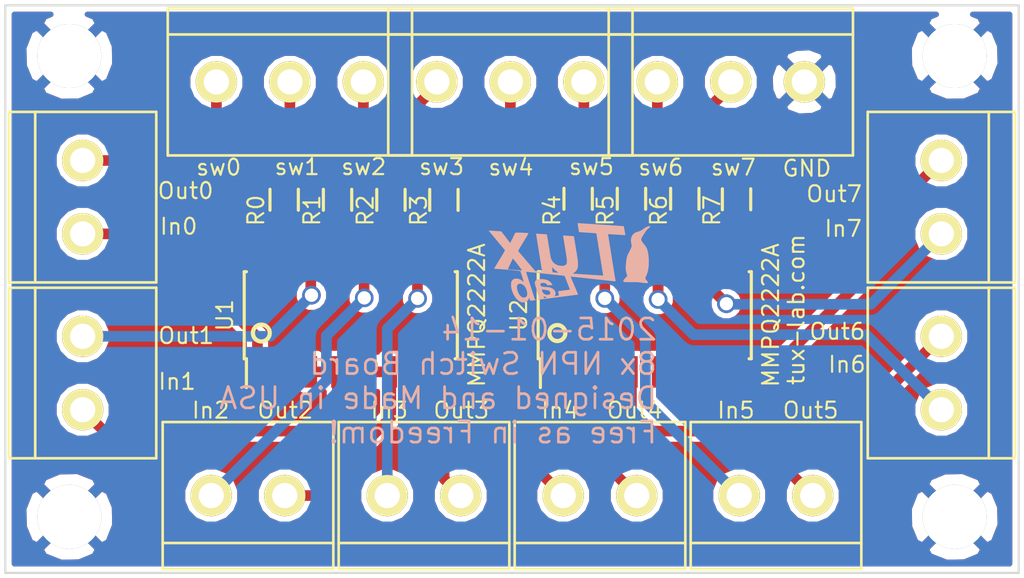
<source format=kicad_pcb>
(kicad_pcb (version 4) (host pcbnew "(2014-11-09 BZR 5259)-product")

  (general
    (links 52)
    (no_connects 0)
    (area 101.469315 36.6522 214.886686 86.1314)
    (thickness 1.6)
    (drawings 33)
    (tracks 166)
    (zones 0)
    (modules 26)
    (nets 26)
  )

  (page A4)
  (layers
    (0 F.Cu signal)
    (31 B.Cu signal)
    (36 B.SilkS user)
    (37 F.SilkS user)
    (38 B.Mask user hide)
    (39 F.Mask user)
    (44 Edge.Cuts user)
  )

  (setup
    (last_trace_width 0.508)
    (trace_clearance 0.254)
    (zone_clearance 0.254)
    (zone_45_only no)
    (trace_min 0.381)
    (segment_width 0.2)
    (edge_width 0.1)
    (via_size 0.889)
    (via_drill 0.635)
    (via_min_size 0.889)
    (via_min_drill 0.508)
    (uvia_size 0.508)
    (uvia_drill 0.127)
    (uvias_allowed no)
    (uvia_min_size 0.508)
    (uvia_min_drill 0.127)
    (pcb_text_width 0.3)
    (pcb_text_size 1.5 1.5)
    (mod_edge_width 0.15)
    (mod_text_size 1 1)
    (mod_text_width 0.15)
    (pad_size 3.048 3.048)
    (pad_drill 3.048)
    (pad_to_mask_clearance 0)
    (aux_axis_origin 0 0)
    (visible_elements FFFFFF7F)
    (pcbplotparams
      (layerselection 0x010f0_80000001)
      (usegerberextensions true)
      (excludeedgelayer true)
      (linewidth 0.100000)
      (plotframeref false)
      (viasonmask false)
      (mode 1)
      (useauxorigin false)
      (hpglpennumber 1)
      (hpglpenspeed 20)
      (hpglpendiameter 15)
      (hpglpenoverlay 2)
      (psnegative false)
      (psa4output false)
      (plotreference true)
      (plotvalue true)
      (plotinvisibletext false)
      (padsonsilk false)
      (subtractmaskfromsilk false)
      (outputformat 1)
      (mirror false)
      (drillshape 0)
      (scaleselection 1)
      (outputdirectory gerber20150114/))
  )

  (net 0 "")
  (net 1 /SW1)
  (net 2 /SW2)
  (net 3 /SW3)
  (net 4 /SW4)
  (net 5 /SW5)
  (net 6 /SW6)
  (net 7 /SW7)
  (net 8 /SW8)
  (net 9 GND)
  (net 10 /In1)
  (net 11 /In2)
  (net 12 /In3)
  (net 13 /In4)
  (net 14 /In5)
  (net 15 /In6)
  (net 16 /In7)
  (net 17 /In8)
  (net 18 /Out1)
  (net 19 /Out2)
  (net 20 /Out3)
  (net 21 /Out4)
  (net 22 /Out5)
  (net 23 /Out6)
  (net 24 /Out7)
  (net 25 /Out8)

  (net_class Default "This is the default net class."
    (clearance 0.254)
    (trace_width 0.508)
    (via_dia 0.889)
    (via_drill 0.635)
    (uvia_dia 0.508)
    (uvia_drill 0.127)
    (add_net /In1)
    (add_net /In2)
    (add_net /In3)
    (add_net /In4)
    (add_net /In5)
    (add_net /In6)
    (add_net /In7)
    (add_net /In8)
    (add_net /Out1)
    (add_net /Out2)
    (add_net /Out3)
    (add_net /Out4)
    (add_net /Out5)
    (add_net /Out6)
    (add_net /Out7)
    (add_net /Out8)
    (add_net /SW1)
    (add_net /SW2)
    (add_net /SW3)
    (add_net /SW4)
    (add_net /SW5)
    (add_net /SW6)
    (add_net /SW7)
    (add_net /SW8)
    (add_net GND)
  )

  (module local:TermB_OnShore_3POS_3d5mm (layer F.Cu) (tedit 549888EE) (tstamp 54987AF9)
    (at 143.6 49.878 180)
    (path /54988BB1)
    (fp_text reference P9 (at 0.0254 -4.8514 180) (layer F.SilkS) hide
      (effects (font (size 1 1) (thickness 0.15)))
    )
    (fp_text value CONN_01X03 (at -0.0254 4.9784 180) (layer F.SilkS) hide
      (effects (font (size 1 1) (thickness 0.15)))
    )
    (fp_line (start -5.8166 2.2606) (end 5.8166 2.2606) (layer F.SilkS) (width 0.127))
    (fp_line (start -5.8166 -3.5052) (end 5.8166 -3.5052) (layer F.SilkS) (width 0.127))
    (fp_line (start 5.8166 -3.5052) (end 5.8166 3.5052) (layer F.SilkS) (width 0.127))
    (fp_line (start 5.8166 3.5052) (end -5.8166 3.5052) (layer F.SilkS) (width 0.127))
    (fp_line (start -5.8166 3.5052) (end -5.8166 -3.5052) (layer F.SilkS) (width 0.127))
    (pad 1 thru_hole circle (at 3.5 0 180) (size 1.9685 1.9685) (drill 1.19888) (layers *.Cu *.Mask F.SilkS)
      (net 1 /SW1))
    (pad 2 thru_hole circle (at 0 0 180) (size 1.9685 1.9685) (drill 1.19888) (layers *.Cu *.Mask F.SilkS)
      (net 2 /SW2))
    (pad 3 thru_hole circle (at -3.5 0 180) (size 1.9685 1.9685) (drill 1.19888) (layers *.Cu *.Mask F.SilkS)
      (net 3 /SW3))
  )

  (module SOIC_Packages:SOIC-16_3.9x9.9mm_Pitch1.27mm (layer F.Cu) (tedit 549892FD) (tstamp 5498937B)
    (at 146.5 61 90)
    (descr "16-Lead Plastic Small Outline (SL) - Narrow, 3.90 mm Body [SOIC] (see Microchip Packaging Specification 00000049BS.pdf)")
    (tags "SOIC 1.27")
    (path /54915C7D)
    (attr smd)
    (fp_text reference U1 (at 0 -6 90) (layer F.SilkS)
      (effects (font (size 0.762 0.762) (thickness 0.1016)))
    )
    (fp_text value MMPQ2222A (at 0 6 90) (layer F.SilkS)
      (effects (font (size 0.762 0.762) (thickness 0.1016)))
    )
    (fp_line (start -3.7 -5.25) (end -3.7 5.25) (layer F.CrtYd) (width 0.05))
    (fp_line (start 3.7 -5.25) (end 3.7 5.25) (layer F.CrtYd) (width 0.05))
    (fp_line (start -3.7 -5.25) (end 3.7 -5.25) (layer F.CrtYd) (width 0.05))
    (fp_line (start -3.7 5.25) (end 3.7 5.25) (layer F.CrtYd) (width 0.05))
    (fp_line (start -2.075 -5.075) (end -2.075 -4.97) (layer F.SilkS) (width 0.15))
    (fp_line (start 2.075 -5.075) (end 2.075 -4.97) (layer F.SilkS) (width 0.15))
    (fp_line (start 2.075 5.075) (end 2.075 4.97) (layer F.SilkS) (width 0.15))
    (fp_line (start -2.075 5.075) (end -2.075 4.97) (layer F.SilkS) (width 0.15))
    (fp_line (start -2.075 -5.075) (end 2.075 -5.075) (layer F.SilkS) (width 0.15))
    (fp_line (start -2.075 5.075) (end 2.075 5.075) (layer F.SilkS) (width 0.15))
    (fp_line (start -2.075 -4.97) (end -3.45 -4.97) (layer F.SilkS) (width 0.15))
    (pad 1 smd rect (at -2.7 -4.445 90) (size 1.5 0.6) (layers F.Cu F.Mask)
      (net 10 /In1))
    (pad 2 smd rect (at -2.7 -3.175 90) (size 1.5 0.6) (layers F.Cu F.Mask)
      (net 10 /In1))
    (pad 3 smd rect (at -2.7 -1.905 90) (size 1.5 0.6) (layers F.Cu F.Mask)
      (net 11 /In2))
    (pad 4 smd rect (at -2.7 -0.635 90) (size 1.5 0.6) (layers F.Cu F.Mask)
      (net 11 /In2))
    (pad 5 smd rect (at -2.7 0.635 90) (size 1.5 0.6) (layers F.Cu F.Mask)
      (net 12 /In3))
    (pad 6 smd rect (at -2.7 1.905 90) (size 1.5 0.6) (layers F.Cu F.Mask)
      (net 12 /In3))
    (pad 7 smd rect (at -2.7 3.175 90) (size 1.5 0.6) (layers F.Cu F.Mask)
      (net 13 /In4))
    (pad 8 smd rect (at -2.7 4.445 90) (size 1.5 0.6) (layers F.Cu F.Mask)
      (net 13 /In4))
    (pad 9 smd rect (at 2.7 4.445 90) (size 1.5 0.6) (layers F.Cu F.Mask)
      (net 4 /SW4))
    (pad 10 smd rect (at 2.7 3.175 90) (size 1.5 0.6) (layers F.Cu F.Mask)
      (net 21 /Out4))
    (pad 11 smd rect (at 2.7 1.905 90) (size 1.5 0.6) (layers F.Cu F.Mask)
      (net 3 /SW3))
    (pad 12 smd rect (at 2.7 0.635 90) (size 1.5 0.6) (layers F.Cu F.Mask)
      (net 20 /Out3))
    (pad 13 smd rect (at 2.7 -0.635 90) (size 1.5 0.6) (layers F.Cu F.Mask)
      (net 2 /SW2))
    (pad 14 smd rect (at 2.7 -1.905 90) (size 1.5 0.6) (layers F.Cu F.Mask)
      (net 19 /Out2))
    (pad 15 smd rect (at 2.7 -3.175 90) (size 1.5 0.6) (layers F.Cu F.Mask)
      (net 1 /SW1))
    (pad 16 smd rect (at 2.7 -4.445 90) (size 1.5 0.6) (layers F.Cu F.Mask)
      (net 18 /Out1))
    (model Housings_SOIC/SOIC-16_3.9x9.9mm_Pitch1.27mm.wrl
      (at (xyz 0 0 0))
      (scale (xyz 1 1 1))
      (rotate (xyz 0 0 0))
    )
  )

  (module SOIC_Packages:SOIC-16_3.9x9.9mm_Pitch1.27mm (layer F.Cu) (tedit 54989303) (tstamp 5498935B)
    (at 160.5 61 90)
    (descr "16-Lead Plastic Small Outline (SL) - Narrow, 3.90 mm Body [SOIC] (see Microchip Packaging Specification 00000049BS.pdf)")
    (tags "SOIC 1.27")
    (path /54916BAE)
    (attr smd)
    (fp_text reference U2 (at 0 -6 90) (layer F.SilkS)
      (effects (font (size 0.762 0.762) (thickness 0.1016)))
    )
    (fp_text value MMPQ2222A (at 0 6 90) (layer F.SilkS)
      (effects (font (size 0.762 0.762) (thickness 0.1016)))
    )
    (fp_line (start -3.7 -5.25) (end -3.7 5.25) (layer F.CrtYd) (width 0.05))
    (fp_line (start 3.7 -5.25) (end 3.7 5.25) (layer F.CrtYd) (width 0.05))
    (fp_line (start -3.7 -5.25) (end 3.7 -5.25) (layer F.CrtYd) (width 0.05))
    (fp_line (start -3.7 5.25) (end 3.7 5.25) (layer F.CrtYd) (width 0.05))
    (fp_line (start -2.075 -5.075) (end -2.075 -4.97) (layer F.SilkS) (width 0.15))
    (fp_line (start 2.075 -5.075) (end 2.075 -4.97) (layer F.SilkS) (width 0.15))
    (fp_line (start 2.075 5.075) (end 2.075 4.97) (layer F.SilkS) (width 0.15))
    (fp_line (start -2.075 5.075) (end -2.075 4.97) (layer F.SilkS) (width 0.15))
    (fp_line (start -2.075 -5.075) (end 2.075 -5.075) (layer F.SilkS) (width 0.15))
    (fp_line (start -2.075 5.075) (end 2.075 5.075) (layer F.SilkS) (width 0.15))
    (fp_line (start -2.075 -4.97) (end -3.45 -4.97) (layer F.SilkS) (width 0.15))
    (pad 1 smd rect (at -2.7 -4.445 90) (size 1.5 0.6) (layers F.Cu F.Mask)
      (net 14 /In5))
    (pad 2 smd rect (at -2.7 -3.175 90) (size 1.5 0.6) (layers F.Cu F.Mask)
      (net 14 /In5))
    (pad 3 smd rect (at -2.7 -1.905 90) (size 1.5 0.6) (layers F.Cu F.Mask)
      (net 15 /In6))
    (pad 4 smd rect (at -2.7 -0.635 90) (size 1.5 0.6) (layers F.Cu F.Mask)
      (net 15 /In6))
    (pad 5 smd rect (at -2.7 0.635 90) (size 1.5 0.6) (layers F.Cu F.Mask)
      (net 16 /In7))
    (pad 6 smd rect (at -2.7 1.905 90) (size 1.5 0.6) (layers F.Cu F.Mask)
      (net 16 /In7))
    (pad 7 smd rect (at -2.7 3.175 90) (size 1.5 0.6) (layers F.Cu F.Mask)
      (net 17 /In8))
    (pad 8 smd rect (at -2.7 4.445 90) (size 1.5 0.6) (layers F.Cu F.Mask)
      (net 17 /In8))
    (pad 9 smd rect (at 2.7 4.445 90) (size 1.5 0.6) (layers F.Cu F.Mask)
      (net 8 /SW8))
    (pad 10 smd rect (at 2.7 3.175 90) (size 1.5 0.6) (layers F.Cu F.Mask)
      (net 25 /Out8))
    (pad 11 smd rect (at 2.7 1.905 90) (size 1.5 0.6) (layers F.Cu F.Mask)
      (net 7 /SW7))
    (pad 12 smd rect (at 2.7 0.635 90) (size 1.5 0.6) (layers F.Cu F.Mask)
      (net 24 /Out7))
    (pad 13 smd rect (at 2.7 -0.635 90) (size 1.5 0.6) (layers F.Cu F.Mask)
      (net 6 /SW6))
    (pad 14 smd rect (at 2.7 -1.905 90) (size 1.5 0.6) (layers F.Cu F.Mask)
      (net 23 /Out6))
    (pad 15 smd rect (at 2.7 -3.175 90) (size 1.5 0.6) (layers F.Cu F.Mask)
      (net 5 /SW5))
    (pad 16 smd rect (at 2.7 -4.445 90) (size 1.5 0.6) (layers F.Cu F.Mask)
      (net 22 /Out5))
    (model Housings_SOIC/SOIC-16_3.9x9.9mm_Pitch1.27mm.wrl
      (at (xyz 0 0 0))
      (scale (xyz 1 1 1))
      (rotate (xyz 0 0 0))
    )
  )

  (module Resistors_SMD:R_0603 (layer F.Cu) (tedit 54B7485E) (tstamp 54912763)
    (at 143.32712 55.49392 90)
    (descr "Resistor SMD 0603, reflow soldering, Vishay (see dcrcw.pdf)")
    (tags "resistor 0603")
    (path /5491067B)
    (attr smd)
    (fp_text reference R0 (at -0.51308 -1.34112 90) (layer F.SilkS)
      (effects (font (size 0.762 0.762) (thickness 0.1016)))
    )
    (fp_text value R (at 0 1.9 90) (layer F.SilkS) hide
      (effects (font (size 1 1) (thickness 0.15)))
    )
    (fp_line (start -1.3 -0.8) (end 1.3 -0.8) (layer F.CrtYd) (width 0.05))
    (fp_line (start -1.3 0.8) (end 1.3 0.8) (layer F.CrtYd) (width 0.05))
    (fp_line (start -1.3 -0.8) (end -1.3 0.8) (layer F.CrtYd) (width 0.05))
    (fp_line (start 1.3 -0.8) (end 1.3 0.8) (layer F.CrtYd) (width 0.05))
    (fp_line (start 0.5 0.675) (end -0.5 0.675) (layer F.SilkS) (width 0.15))
    (fp_line (start -0.5 -0.675) (end 0.5 -0.675) (layer F.SilkS) (width 0.15))
    (pad 1 smd rect (at -0.75 0 90) (size 0.5 0.9) (layers F.Cu F.Mask)
      (net 1 /SW1))
    (pad 2 smd rect (at 0.75 0 90) (size 0.5 0.9) (layers F.Cu F.Mask)
      (net 9 GND))
    (model Resistors_SMD/R_0603.wrl
      (at (xyz 0 0 0))
      (scale (xyz 1 1 1))
      (rotate (xyz 0 0 0))
    )
  )

  (module Resistors_SMD:R_0603 (layer F.Cu) (tedit 54B74864) (tstamp 549127AA)
    (at 145.86966 55.49646 90)
    (descr "Resistor SMD 0603, reflow soldering, Vishay (see dcrcw.pdf)")
    (tags "resistor 0603")
    (path /54910BA4)
    (attr smd)
    (fp_text reference R1 (at -0.51054 -1.21666 90) (layer F.SilkS)
      (effects (font (size 0.762 0.762) (thickness 0.1016)))
    )
    (fp_text value R (at 0 1.9 90) (layer F.SilkS) hide
      (effects (font (size 1 1) (thickness 0.15)))
    )
    (fp_line (start -1.3 -0.8) (end 1.3 -0.8) (layer F.CrtYd) (width 0.05))
    (fp_line (start -1.3 0.8) (end 1.3 0.8) (layer F.CrtYd) (width 0.05))
    (fp_line (start -1.3 -0.8) (end -1.3 0.8) (layer F.CrtYd) (width 0.05))
    (fp_line (start 1.3 -0.8) (end 1.3 0.8) (layer F.CrtYd) (width 0.05))
    (fp_line (start 0.5 0.675) (end -0.5 0.675) (layer F.SilkS) (width 0.15))
    (fp_line (start -0.5 -0.675) (end 0.5 -0.675) (layer F.SilkS) (width 0.15))
    (pad 1 smd rect (at -0.75 0 90) (size 0.5 0.9) (layers F.Cu F.Mask)
      (net 2 /SW2))
    (pad 2 smd rect (at 0.75 0 90) (size 0.5 0.9) (layers F.Cu F.Mask)
      (net 9 GND))
    (model Resistors_SMD/R_0603.wrl
      (at (xyz 0 0 0))
      (scale (xyz 1 1 1))
      (rotate (xyz 0 0 0))
    )
  )

  (module Resistors_SMD:R_0603 (layer F.Cu) (tedit 54B7486A) (tstamp 549126C8)
    (at 148.4122 55.499 90)
    (descr "Resistor SMD 0603, reflow soldering, Vishay (see dcrcw.pdf)")
    (tags "resistor 0603")
    (path /54910D46)
    (attr smd)
    (fp_text reference R2 (at -0.508 -1.2192 90) (layer F.SilkS)
      (effects (font (size 0.762 0.762) (thickness 0.1016)))
    )
    (fp_text value R (at 0 1.9 90) (layer F.SilkS) hide
      (effects (font (size 1 1) (thickness 0.15)))
    )
    (fp_line (start -1.3 -0.8) (end 1.3 -0.8) (layer F.CrtYd) (width 0.05))
    (fp_line (start -1.3 0.8) (end 1.3 0.8) (layer F.CrtYd) (width 0.05))
    (fp_line (start -1.3 -0.8) (end -1.3 0.8) (layer F.CrtYd) (width 0.05))
    (fp_line (start 1.3 -0.8) (end 1.3 0.8) (layer F.CrtYd) (width 0.05))
    (fp_line (start 0.5 0.675) (end -0.5 0.675) (layer F.SilkS) (width 0.15))
    (fp_line (start -0.5 -0.675) (end 0.5 -0.675) (layer F.SilkS) (width 0.15))
    (pad 1 smd rect (at -0.75 0 90) (size 0.5 0.9) (layers F.Cu F.Mask)
      (net 3 /SW3))
    (pad 2 smd rect (at 0.75 0 90) (size 0.5 0.9) (layers F.Cu F.Mask)
      (net 9 GND))
    (model Resistors_SMD/R_0603.wrl
      (at (xyz 0 0 0))
      (scale (xyz 1 1 1))
      (rotate (xyz 0 0 0))
    )
  )

  (module Resistors_SMD:R_0603 (layer F.Cu) (tedit 54B74870) (tstamp 5491254A)
    (at 150.93442 55.50154 90)
    (descr "Resistor SMD 0603, reflow soldering, Vishay (see dcrcw.pdf)")
    (tags "resistor 0603")
    (path /54910D60)
    (attr smd)
    (fp_text reference R3 (at -0.50546 -1.20142 90) (layer F.SilkS)
      (effects (font (size 0.762 0.762) (thickness 0.1016)))
    )
    (fp_text value R (at 0 1.9 90) (layer F.SilkS) hide
      (effects (font (size 1 1) (thickness 0.15)))
    )
    (fp_line (start -1.3 -0.8) (end 1.3 -0.8) (layer F.CrtYd) (width 0.05))
    (fp_line (start -1.3 0.8) (end 1.3 0.8) (layer F.CrtYd) (width 0.05))
    (fp_line (start -1.3 -0.8) (end -1.3 0.8) (layer F.CrtYd) (width 0.05))
    (fp_line (start 1.3 -0.8) (end 1.3 0.8) (layer F.CrtYd) (width 0.05))
    (fp_line (start 0.5 0.675) (end -0.5 0.675) (layer F.SilkS) (width 0.15))
    (fp_line (start -0.5 -0.675) (end 0.5 -0.675) (layer F.SilkS) (width 0.15))
    (pad 1 smd rect (at -0.75 0 90) (size 0.5 0.9) (layers F.Cu F.Mask)
      (net 4 /SW4))
    (pad 2 smd rect (at 0.75 0 90) (size 0.5 0.9) (layers F.Cu F.Mask)
      (net 9 GND))
    (model Resistors_SMD/R_0603.wrl
      (at (xyz 0 0 0))
      (scale (xyz 1 1 1))
      (rotate (xyz 0 0 0))
    )
  )

  (module Resistors_SMD:R_0603 (layer F.Cu) (tedit 54B74876) (tstamp 5491254F)
    (at 157.3276 55.4482 90)
    (descr "Resistor SMD 0603, reflow soldering, Vishay (see dcrcw.pdf)")
    (tags "resistor 0603")
    (path /5491118A)
    (attr smd)
    (fp_text reference R4 (at -0.5588 -1.2446 90) (layer F.SilkS)
      (effects (font (size 0.762 0.762) (thickness 0.1016)))
    )
    (fp_text value R (at 0 1.9 90) (layer F.SilkS) hide
      (effects (font (size 1 1) (thickness 0.15)))
    )
    (fp_line (start -1.3 -0.8) (end 1.3 -0.8) (layer F.CrtYd) (width 0.05))
    (fp_line (start -1.3 0.8) (end 1.3 0.8) (layer F.CrtYd) (width 0.05))
    (fp_line (start -1.3 -0.8) (end -1.3 0.8) (layer F.CrtYd) (width 0.05))
    (fp_line (start 1.3 -0.8) (end 1.3 0.8) (layer F.CrtYd) (width 0.05))
    (fp_line (start 0.5 0.675) (end -0.5 0.675) (layer F.SilkS) (width 0.15))
    (fp_line (start -0.5 -0.675) (end 0.5 -0.675) (layer F.SilkS) (width 0.15))
    (pad 1 smd rect (at -0.75 0 90) (size 0.5 0.9) (layers F.Cu F.Mask)
      (net 5 /SW5))
    (pad 2 smd rect (at 0.75 0 90) (size 0.5 0.9) (layers F.Cu F.Mask)
      (net 9 GND))
    (model Resistors_SMD/R_0603.wrl
      (at (xyz 0 0 0))
      (scale (xyz 1 1 1))
      (rotate (xyz 0 0 0))
    )
  )

  (module Resistors_SMD:R_0603 (layer F.Cu) (tedit 54B7487B) (tstamp 54912554)
    (at 159.8676 55.4482 90)
    (descr "Resistor SMD 0603, reflow soldering, Vishay (see dcrcw.pdf)")
    (tags "resistor 0603")
    (path /549111A4)
    (attr smd)
    (fp_text reference R5 (at -0.5588 -1.2446 90) (layer F.SilkS)
      (effects (font (size 0.762 0.762) (thickness 0.1016)))
    )
    (fp_text value R (at 0 1.9 90) (layer F.SilkS) hide
      (effects (font (size 1 1) (thickness 0.15)))
    )
    (fp_line (start -1.3 -0.8) (end 1.3 -0.8) (layer F.CrtYd) (width 0.05))
    (fp_line (start -1.3 0.8) (end 1.3 0.8) (layer F.CrtYd) (width 0.05))
    (fp_line (start -1.3 -0.8) (end -1.3 0.8) (layer F.CrtYd) (width 0.05))
    (fp_line (start 1.3 -0.8) (end 1.3 0.8) (layer F.CrtYd) (width 0.05))
    (fp_line (start 0.5 0.675) (end -0.5 0.675) (layer F.SilkS) (width 0.15))
    (fp_line (start -0.5 -0.675) (end 0.5 -0.675) (layer F.SilkS) (width 0.15))
    (pad 1 smd rect (at -0.75 0 90) (size 0.5 0.9) (layers F.Cu F.Mask)
      (net 6 /SW6))
    (pad 2 smd rect (at 0.75 0 90) (size 0.5 0.9) (layers F.Cu F.Mask)
      (net 9 GND))
    (model Resistors_SMD/R_0603.wrl
      (at (xyz 0 0 0))
      (scale (xyz 1 1 1))
      (rotate (xyz 0 0 0))
    )
  )

  (module Resistors_SMD:R_0603 (layer F.Cu) (tedit 54B74883) (tstamp 54912559)
    (at 162.4076 55.4482 90)
    (descr "Resistor SMD 0603, reflow soldering, Vishay (see dcrcw.pdf)")
    (tags "resistor 0603")
    (path /549111BE)
    (attr smd)
    (fp_text reference R6 (at -0.5588 -1.2446 90) (layer F.SilkS)
      (effects (font (size 0.762 0.762) (thickness 0.1016)))
    )
    (fp_text value R (at 0 1.9 90) (layer F.SilkS) hide
      (effects (font (size 1 1) (thickness 0.15)))
    )
    (fp_line (start -1.3 -0.8) (end 1.3 -0.8) (layer F.CrtYd) (width 0.05))
    (fp_line (start -1.3 0.8) (end 1.3 0.8) (layer F.CrtYd) (width 0.05))
    (fp_line (start -1.3 -0.8) (end -1.3 0.8) (layer F.CrtYd) (width 0.05))
    (fp_line (start 1.3 -0.8) (end 1.3 0.8) (layer F.CrtYd) (width 0.05))
    (fp_line (start 0.5 0.675) (end -0.5 0.675) (layer F.SilkS) (width 0.15))
    (fp_line (start -0.5 -0.675) (end 0.5 -0.675) (layer F.SilkS) (width 0.15))
    (pad 1 smd rect (at -0.75 0 90) (size 0.5 0.9) (layers F.Cu F.Mask)
      (net 7 /SW7))
    (pad 2 smd rect (at 0.75 0 90) (size 0.5 0.9) (layers F.Cu F.Mask)
      (net 9 GND))
    (model Resistors_SMD/R_0603.wrl
      (at (xyz 0 0 0))
      (scale (xyz 1 1 1))
      (rotate (xyz 0 0 0))
    )
  )

  (module Resistors_SMD:R_0603 (layer F.Cu) (tedit 54B74888) (tstamp 5491255E)
    (at 164.8714 55.4736 90)
    (descr "Resistor SMD 0603, reflow soldering, Vishay (see dcrcw.pdf)")
    (tags "resistor 0603")
    (path /549111D8)
    (attr smd)
    (fp_text reference R7 (at -0.5334 -1.1684 90) (layer F.SilkS)
      (effects (font (size 0.762 0.762) (thickness 0.1016)))
    )
    (fp_text value R (at 0 1.9 90) (layer F.SilkS) hide
      (effects (font (size 1 1) (thickness 0.15)))
    )
    (fp_line (start -1.3 -0.8) (end 1.3 -0.8) (layer F.CrtYd) (width 0.05))
    (fp_line (start -1.3 0.8) (end 1.3 0.8) (layer F.CrtYd) (width 0.05))
    (fp_line (start -1.3 -0.8) (end -1.3 0.8) (layer F.CrtYd) (width 0.05))
    (fp_line (start 1.3 -0.8) (end 1.3 0.8) (layer F.CrtYd) (width 0.05))
    (fp_line (start 0.5 0.675) (end -0.5 0.675) (layer F.SilkS) (width 0.15))
    (fp_line (start -0.5 -0.675) (end 0.5 -0.675) (layer F.SilkS) (width 0.15))
    (pad 1 smd rect (at -0.75 0 90) (size 0.5 0.9) (layers F.Cu F.Mask)
      (net 8 /SW8))
    (pad 2 smd rect (at 0.75 0 90) (size 0.5 0.9) (layers F.Cu F.Mask)
      (net 9 GND))
    (model Resistors_SMD/R_0603.wrl
      (at (xyz 0 0 0))
      (scale (xyz 1 1 1))
      (rotate (xyz 0 0 0))
    )
  )

  (module local:TermB_OnShore_3d5mm (layer F.Cu) (tedit 549888CD) (tstamp 5498757F)
    (at 133.731 55.372 270)
    (path /549216E2)
    (fp_text reference P1 (at 0.0254 -4.8514 270) (layer F.SilkS) hide
      (effects (font (size 1 1) (thickness 0.15)))
    )
    (fp_text value CONN_01X02 (at -0.0254 4.9784 270) (layer F.SilkS) hide
      (effects (font (size 1 1) (thickness 0.15)))
    )
    (fp_line (start -4.064 2.2606) (end 4.064 2.2606) (layer F.SilkS) (width 0.127))
    (fp_line (start -4.064 -3.5052) (end 4.064 -3.5052) (layer F.SilkS) (width 0.127))
    (fp_line (start 4.064 -3.5052) (end 4.064 3.5052) (layer F.SilkS) (width 0.127))
    (fp_line (start 4.064 3.5052) (end -4.064 3.5052) (layer F.SilkS) (width 0.127))
    (fp_line (start -4.064 3.5052) (end -4.064 -3.5052) (layer F.SilkS) (width 0.127))
    (pad 1 thru_hole circle (at 1.75 0 270) (size 1.9685 1.9685) (drill 1.19888) (layers *.Cu *.Mask F.SilkS)
      (net 10 /In1))
    (pad 2 thru_hole circle (at -1.75 0 270) (size 1.9685 1.9685) (drill 1.19888) (layers *.Cu *.Mask F.SilkS)
      (net 18 /Out1))
  )

  (module local:TermB_OnShore_3d5mm (layer F.Cu) (tedit 549888CF) (tstamp 54987584)
    (at 133.731 63.754 270)
    (path /549237C1)
    (fp_text reference P2 (at 0.0254 -4.8514 270) (layer F.SilkS) hide
      (effects (font (size 1 1) (thickness 0.15)))
    )
    (fp_text value CONN_01X02 (at -0.0254 4.9784 270) (layer F.SilkS) hide
      (effects (font (size 1 1) (thickness 0.15)))
    )
    (fp_line (start -4.064 2.2606) (end 4.064 2.2606) (layer F.SilkS) (width 0.127))
    (fp_line (start -4.064 -3.5052) (end 4.064 -3.5052) (layer F.SilkS) (width 0.127))
    (fp_line (start 4.064 -3.5052) (end 4.064 3.5052) (layer F.SilkS) (width 0.127))
    (fp_line (start 4.064 3.5052) (end -4.064 3.5052) (layer F.SilkS) (width 0.127))
    (fp_line (start -4.064 3.5052) (end -4.064 -3.5052) (layer F.SilkS) (width 0.127))
    (pad 1 thru_hole circle (at 1.75 0 270) (size 1.9685 1.9685) (drill 1.19888) (layers *.Cu *.Mask F.SilkS)
      (net 11 /In2))
    (pad 2 thru_hole circle (at -1.75 0 270) (size 1.9685 1.9685) (drill 1.19888) (layers *.Cu *.Mask F.SilkS)
      (net 19 /Out2))
  )

  (module local:TermB_OnShore_3d5mm (layer F.Cu) (tedit 549888E4) (tstamp 5498758E)
    (at 141.605 69.596)
    (path /549239CE)
    (fp_text reference P3 (at 0.0254 -4.8514) (layer F.SilkS) hide
      (effects (font (size 1 1) (thickness 0.15)))
    )
    (fp_text value CONN_01X02 (at -0.0254 4.9784) (layer F.SilkS) hide
      (effects (font (size 1 1) (thickness 0.15)))
    )
    (fp_line (start -4.064 2.2606) (end 4.064 2.2606) (layer F.SilkS) (width 0.127))
    (fp_line (start -4.064 -3.5052) (end 4.064 -3.5052) (layer F.SilkS) (width 0.127))
    (fp_line (start 4.064 -3.5052) (end 4.064 3.5052) (layer F.SilkS) (width 0.127))
    (fp_line (start 4.064 3.5052) (end -4.064 3.5052) (layer F.SilkS) (width 0.127))
    (fp_line (start -4.064 3.5052) (end -4.064 -3.5052) (layer F.SilkS) (width 0.127))
    (pad 1 thru_hole circle (at 1.75 0) (size 1.9685 1.9685) (drill 1.19888) (layers *.Cu *.Mask F.SilkS)
      (net 12 /In3))
    (pad 2 thru_hole circle (at -1.75 0) (size 1.9685 1.9685) (drill 1.19888) (layers *.Cu *.Mask F.SilkS)
      (net 20 /Out3))
  )

  (module local:TermB_OnShore_3d5mm (layer F.Cu) (tedit 549888E0) (tstamp 54987594)
    (at 149.987 69.596)
    (path /549239D6)
    (fp_text reference P4 (at 0.0254 -4.8514) (layer F.SilkS) hide
      (effects (font (size 1 1) (thickness 0.15)))
    )
    (fp_text value CONN_01X02 (at -0.0254 4.9784) (layer F.SilkS) hide
      (effects (font (size 1 1) (thickness 0.15)))
    )
    (fp_line (start -4.064 2.2606) (end 4.064 2.2606) (layer F.SilkS) (width 0.127))
    (fp_line (start -4.064 -3.5052) (end 4.064 -3.5052) (layer F.SilkS) (width 0.127))
    (fp_line (start 4.064 -3.5052) (end 4.064 3.5052) (layer F.SilkS) (width 0.127))
    (fp_line (start 4.064 3.5052) (end -4.064 3.5052) (layer F.SilkS) (width 0.127))
    (fp_line (start -4.064 3.5052) (end -4.064 -3.5052) (layer F.SilkS) (width 0.127))
    (pad 1 thru_hole circle (at 1.75 0) (size 1.9685 1.9685) (drill 1.19888) (layers *.Cu *.Mask F.SilkS)
      (net 13 /In4))
    (pad 2 thru_hole circle (at -1.75 0) (size 1.9685 1.9685) (drill 1.19888) (layers *.Cu *.Mask F.SilkS)
      (net 21 /Out4))
  )

  (module local:TermB_OnShore_3d5mm (layer F.Cu) (tedit 549888DD) (tstamp 5498759A)
    (at 158.369 69.596)
    (path /54923E28)
    (fp_text reference P5 (at 0.0254 -4.8514) (layer F.SilkS) hide
      (effects (font (size 1 1) (thickness 0.15)))
    )
    (fp_text value CONN_01X02 (at -0.0254 4.9784) (layer F.SilkS) hide
      (effects (font (size 1 1) (thickness 0.15)))
    )
    (fp_line (start -4.064 2.2606) (end 4.064 2.2606) (layer F.SilkS) (width 0.127))
    (fp_line (start -4.064 -3.5052) (end 4.064 -3.5052) (layer F.SilkS) (width 0.127))
    (fp_line (start 4.064 -3.5052) (end 4.064 3.5052) (layer F.SilkS) (width 0.127))
    (fp_line (start 4.064 3.5052) (end -4.064 3.5052) (layer F.SilkS) (width 0.127))
    (fp_line (start -4.064 3.5052) (end -4.064 -3.5052) (layer F.SilkS) (width 0.127))
    (pad 1 thru_hole circle (at 1.75 0) (size 1.9685 1.9685) (drill 1.19888) (layers *.Cu *.Mask F.SilkS)
      (net 14 /In5))
    (pad 2 thru_hole circle (at -1.75 0) (size 1.9685 1.9685) (drill 1.19888) (layers *.Cu *.Mask F.SilkS)
      (net 22 /Out5))
  )

  (module local:TermB_OnShore_3d5mm (layer F.Cu) (tedit 549888DA) (tstamp 54988209)
    (at 166.751 69.596)
    (path /54923E30)
    (fp_text reference P6 (at 0.0254 -4.8514) (layer F.SilkS) hide
      (effects (font (size 1 1) (thickness 0.15)))
    )
    (fp_text value CONN_01X02 (at -0.0254 4.9784) (layer F.SilkS) hide
      (effects (font (size 1 1) (thickness 0.15)))
    )
    (fp_line (start -4.064 2.2606) (end 4.064 2.2606) (layer F.SilkS) (width 0.127))
    (fp_line (start -4.064 -3.5052) (end 4.064 -3.5052) (layer F.SilkS) (width 0.127))
    (fp_line (start 4.064 -3.5052) (end 4.064 3.5052) (layer F.SilkS) (width 0.127))
    (fp_line (start 4.064 3.5052) (end -4.064 3.5052) (layer F.SilkS) (width 0.127))
    (fp_line (start -4.064 3.5052) (end -4.064 -3.5052) (layer F.SilkS) (width 0.127))
    (pad 1 thru_hole circle (at 1.75 0) (size 1.9685 1.9685) (drill 1.19888) (layers *.Cu *.Mask F.SilkS)
      (net 15 /In6))
    (pad 2 thru_hole circle (at -1.75 0) (size 1.9685 1.9685) (drill 1.19888) (layers *.Cu *.Mask F.SilkS)
      (net 23 /Out6))
  )

  (module local:TermB_OnShore_3d5mm (layer F.Cu) (tedit 549888D7) (tstamp 549875A6)
    (at 174.625 63.754 90)
    (path /54923E38)
    (fp_text reference P7 (at 0.0254 -4.8514 90) (layer F.SilkS) hide
      (effects (font (size 1 1) (thickness 0.15)))
    )
    (fp_text value CONN_01X02 (at -0.0254 4.9784 90) (layer F.SilkS) hide
      (effects (font (size 1 1) (thickness 0.15)))
    )
    (fp_line (start -4.064 2.2606) (end 4.064 2.2606) (layer F.SilkS) (width 0.127))
    (fp_line (start -4.064 -3.5052) (end 4.064 -3.5052) (layer F.SilkS) (width 0.127))
    (fp_line (start 4.064 -3.5052) (end 4.064 3.5052) (layer F.SilkS) (width 0.127))
    (fp_line (start 4.064 3.5052) (end -4.064 3.5052) (layer F.SilkS) (width 0.127))
    (fp_line (start -4.064 3.5052) (end -4.064 -3.5052) (layer F.SilkS) (width 0.127))
    (pad 1 thru_hole circle (at 1.75 0 90) (size 1.9685 1.9685) (drill 1.19888) (layers *.Cu *.Mask F.SilkS)
      (net 16 /In7))
    (pad 2 thru_hole circle (at -1.75 0 90) (size 1.9685 1.9685) (drill 1.19888) (layers *.Cu *.Mask F.SilkS)
      (net 24 /Out7))
  )

  (module local:TermB_OnShore_3d5mm (layer F.Cu) (tedit 549888D4) (tstamp 54987C07)
    (at 174.625 55.372 90)
    (path /54923E40)
    (fp_text reference P8 (at 0.0254 -4.8514 90) (layer F.SilkS) hide
      (effects (font (size 1 1) (thickness 0.15)))
    )
    (fp_text value CONN_01X02 (at -0.0254 4.9784 90) (layer F.SilkS) hide
      (effects (font (size 1 1) (thickness 0.15)))
    )
    (fp_line (start -4.064 2.2606) (end 4.064 2.2606) (layer F.SilkS) (width 0.127))
    (fp_line (start -4.064 -3.5052) (end 4.064 -3.5052) (layer F.SilkS) (width 0.127))
    (fp_line (start 4.064 -3.5052) (end 4.064 3.5052) (layer F.SilkS) (width 0.127))
    (fp_line (start 4.064 3.5052) (end -4.064 3.5052) (layer F.SilkS) (width 0.127))
    (fp_line (start -4.064 3.5052) (end -4.064 -3.5052) (layer F.SilkS) (width 0.127))
    (pad 1 thru_hole circle (at 1.75 0 90) (size 1.9685 1.9685) (drill 1.19888) (layers *.Cu *.Mask F.SilkS)
      (net 17 /In8))
    (pad 2 thru_hole circle (at -1.75 0 90) (size 1.9685 1.9685) (drill 1.19888) (layers *.Cu *.Mask F.SilkS)
      (net 25 /Out8))
  )

  (module local:TermB_OnShore_3POS_3d5mm (layer F.Cu) (tedit 549888F1) (tstamp 54987C0E)
    (at 154.1 49.878 180)
    (path /54988CEE)
    (fp_text reference P10 (at 0.0254 -4.8514 180) (layer F.SilkS) hide
      (effects (font (size 1 1) (thickness 0.15)))
    )
    (fp_text value CONN_01X03 (at -0.0254 4.9784 180) (layer F.SilkS) hide
      (effects (font (size 1 1) (thickness 0.15)))
    )
    (fp_line (start -5.8166 2.2606) (end 5.8166 2.2606) (layer F.SilkS) (width 0.127))
    (fp_line (start -5.8166 -3.5052) (end 5.8166 -3.5052) (layer F.SilkS) (width 0.127))
    (fp_line (start 5.8166 -3.5052) (end 5.8166 3.5052) (layer F.SilkS) (width 0.127))
    (fp_line (start 5.8166 3.5052) (end -5.8166 3.5052) (layer F.SilkS) (width 0.127))
    (fp_line (start -5.8166 3.5052) (end -5.8166 -3.5052) (layer F.SilkS) (width 0.127))
    (pad 1 thru_hole circle (at 3.5 0 180) (size 1.9685 1.9685) (drill 1.19888) (layers *.Cu *.Mask F.SilkS)
      (net 4 /SW4))
    (pad 2 thru_hole circle (at 0 0 180) (size 1.9685 1.9685) (drill 1.19888) (layers *.Cu *.Mask F.SilkS)
      (net 5 /SW5))
    (pad 3 thru_hole circle (at -3.5 0 180) (size 1.9685 1.9685) (drill 1.19888) (layers *.Cu *.Mask F.SilkS)
      (net 6 /SW6))
  )

  (module local:TermB_OnShore_3POS_3d5mm (layer F.Cu) (tedit 549888F6) (tstamp 54987C15)
    (at 164.6 49.878 180)
    (path /54988D48)
    (fp_text reference P11 (at 0.0254 -4.8514 180) (layer F.SilkS) hide
      (effects (font (size 1 1) (thickness 0.15)))
    )
    (fp_text value CONN_01X03 (at -0.0254 4.9784 180) (layer F.SilkS) hide
      (effects (font (size 1 1) (thickness 0.15)))
    )
    (fp_line (start -5.8166 2.2606) (end 5.8166 2.2606) (layer F.SilkS) (width 0.127))
    (fp_line (start -5.8166 -3.5052) (end 5.8166 -3.5052) (layer F.SilkS) (width 0.127))
    (fp_line (start 5.8166 -3.5052) (end 5.8166 3.5052) (layer F.SilkS) (width 0.127))
    (fp_line (start 5.8166 3.5052) (end -5.8166 3.5052) (layer F.SilkS) (width 0.127))
    (fp_line (start -5.8166 3.5052) (end -5.8166 -3.5052) (layer F.SilkS) (width 0.127))
    (pad 1 thru_hole circle (at 3.5 0 180) (size 1.9685 1.9685) (drill 1.19888) (layers *.Cu *.Mask F.SilkS)
      (net 7 /SW7))
    (pad 2 thru_hole circle (at 0 0 180) (size 1.9685 1.9685) (drill 1.19888) (layers *.Cu *.Mask F.SilkS)
      (net 8 /SW8))
    (pad 3 thru_hole circle (at -3.5 0 180) (size 1.9685 1.9685) (drill 1.19888) (layers *.Cu *.Mask F.SilkS)
      (net 9 GND))
  )

  (module local:MountingHole-4-40 (layer F.Cu) (tedit 549898D5) (tstamp 54988038)
    (at 175.26 48.641)
    (fp_text reference MountingHole-4-40 (at 27.5 -5.5) (layer F.SilkS) hide
      (effects (font (thickness 0.3048)))
    )
    (fp_text value VAL** (at 0 -10.2108) (layer F.SilkS) hide
      (effects (font (thickness 0.3048)))
    )
    (pad "" thru_hole circle (at 0 0) (size 3.048 3.048) (drill 3.048) (layers *.Cu *.Mask F.SilkS)
      (net 9 GND) (solder_mask_margin 0.1524) (clearance 0.635))
  )

  (module local:MountingHole-4-40 (layer F.Cu) (tedit 549898F8) (tstamp 5498808A)
    (at 133.096 48.641)
    (fp_text reference MountingHole-4-40 (at -19.5 -8.5) (layer F.SilkS) hide
      (effects (font (thickness 0.3048)))
    )
    (fp_text value VAL** (at 0 -10.2108) (layer F.SilkS) hide
      (effects (font (thickness 0.3048)))
    )
    (pad "" thru_hole circle (at 0 0) (size 3.048 3.048) (drill 3.048) (layers *.Cu *.Mask F.SilkS)
      (net 9 GND) (solder_mask_margin 0.1524) (clearance 0.635))
  )

  (module local:MountingHole-4-40 (layer F.Cu) (tedit 54989918) (tstamp 5498820E)
    (at 175.26 70.612)
    (fp_text reference MountingHole-4-40 (at 0 14.0462) (layer F.SilkS) hide
      (effects (font (thickness 0.3048)))
    )
    (fp_text value VAL** (at 0 -10.2108) (layer F.SilkS) hide
      (effects (font (thickness 0.3048)))
    )
    (pad "" thru_hole circle (at 0 0) (size 3.048 3.048) (drill 3.048) (layers *.Cu *.Mask F.SilkS)
      (net 9 GND) (solder_mask_margin 0.1524) (clearance 0.635))
  )

  (module local:MountingHole-4-40 (layer F.Cu) (tedit 54989907) (tstamp 54988217)
    (at 133.096 70.612)
    (fp_text reference MountingHole-4-40 (at 0 14.0462) (layer F.SilkS) hide
      (effects (font (thickness 0.3048)))
    )
    (fp_text value VAL** (at 0 -10.2108) (layer F.SilkS) hide
      (effects (font (thickness 0.3048)))
    )
    (pad "" thru_hole circle (at 0 0) (size 3.048 3.048) (drill 3.048) (layers *.Cu *.Mask F.SilkS)
      (net 9 GND) (solder_mask_margin 0.1524) (clearance 0.635))
  )

  (module local:TuxLabLogoR (layer F.Cu) (tedit 549891EE) (tstamp 54989245)
    (at 156.972 58.42)
    (fp_text reference G*** (at 0.2032 5.3594) (layer B.SilkS) hide
      (effects (font (thickness 0.3048)))
    )
    (fp_text value TuxLabLogoR (at 0.1016 -4.9784) (layer B.SilkS) hide
      (effects (font (thickness 0.3048)))
    )
    (fp_poly (pts (xy 2.6035 -1.23952) (xy 2.6035 -1.23698) (xy 2.59588 -1.23698) (xy 2.57048 -1.23952)
      (xy 2.53492 -1.24206) (xy 2.48412 -1.2446) (xy 2.4257 -1.24714) (xy 2.35966 -1.25222)
      (xy 2.28346 -1.2573) (xy 2.22504 -1.25984) (xy 2.1463 -1.26746) (xy 2.0701 -1.27)
      (xy 2.00152 -1.27508) (xy 1.94056 -1.27762) (xy 1.88976 -1.28016) (xy 1.84912 -1.2827)
      (xy 1.82372 -1.28524) (xy 1.81356 -1.2827) (xy 1.78054 -1.2827) (xy 1.9558 -0.18034)
      (xy 1.97612 -0.04572) (xy 1.99898 0.08128) (xy 2.01676 0.20574) (xy 2.03708 0.32512)
      (xy 2.05486 0.43688) (xy 2.0701 0.53848) (xy 2.08534 0.63246) (xy 2.10058 0.71628)
      (xy 2.11074 0.7874) (xy 2.1209 0.84582) (xy 2.12852 0.89154) (xy 2.1336 0.92202)
      (xy 2.13614 0.9398) (xy 2.13614 0.9398) (xy 2.13614 0.95758) (xy 2.12852 0.96266)
      (xy 2.11582 0.9652) (xy 2.10566 0.96266) (xy 2.07772 0.96012) (xy 2.03454 0.95504)
      (xy 1.97866 0.94996) (xy 1.91262 0.94234) (xy 1.83134 0.93472) (xy 1.74244 0.92456)
      (xy 1.64084 0.9144) (xy 1.53162 0.9017) (xy 1.41732 0.889) (xy 1.2954 0.8763)
      (xy 1.16586 0.8636) (xy 1.04902 0.84836) (xy 0.91694 0.83566) (xy 0.78994 0.82042)
      (xy 0.67056 0.80772) (xy 0.55626 0.79502) (xy 0.44958 0.78486) (xy 0.35052 0.7747)
      (xy 0.26416 0.76454) (xy 0.18542 0.75692) (xy 0.12192 0.7493) (xy 0.06858 0.74422)
      (xy 0.03048 0.73914) (xy 0.00762 0.7366) (xy 0 0.7366) (xy 0 0.74422)
      (xy 0.01016 0.76708) (xy 0.02286 0.80264) (xy 0.04064 0.84836) (xy 0.0635 0.90424)
      (xy 0.09144 0.96774) (xy 0.12192 1.0414) (xy 0.15494 1.1176) (xy 0.17526 1.16586)
      (xy 0.20828 1.2446) (xy 0.2413 1.3208) (xy 0.26924 1.38938) (xy 0.29464 1.45034)
      (xy 0.3175 1.50368) (xy 0.33528 1.54432) (xy 0.34798 1.5748) (xy 0.35306 1.59004)
      (xy 0.35306 1.59512) (xy 0.34544 1.59512) (xy 0.32004 1.59766) (xy 0.28194 1.60528)
      (xy 0.23114 1.61036) (xy 0.1651 1.62052) (xy 0.09144 1.63068) (xy 0.00762 1.64084)
      (xy -0.0381 1.64592) (xy -0.0381 1.36144) (xy -0.04064 1.35128) (xy -0.04826 1.33096)
      (xy -0.05842 1.29794) (xy -0.0762 1.25222) (xy -0.09398 1.20142) (xy -0.11684 1.14554)
      (xy -0.1397 1.08458) (xy -0.1651 1.02362) (xy -0.18796 0.96012) (xy -0.21082 0.9017)
      (xy -0.23368 0.84582) (xy -0.25146 0.79756) (xy -0.26924 0.75692) (xy -0.28194 0.72644)
      (xy -0.28956 0.70866) (xy -0.28956 0.70358) (xy -0.29972 0.70358) (xy -0.32258 0.6985)
      (xy -0.36068 0.69596) (xy -0.41402 0.68834) (xy -0.47498 0.68072) (xy -0.54864 0.6731)
      (xy -0.5842 0.67056) (xy -0.5842 0.55372) (xy -0.5842 0.55118) (xy -0.59182 0.54356)
      (xy -0.61214 0.52832) (xy -0.63754 0.508) (xy -0.66548 0.49022) (xy -0.71882 0.45212)
      (xy -0.77216 0.40386) (xy -0.81534 0.36322) (xy -0.84328 0.33274) (xy -0.86614 0.30988)
      (xy -0.88392 0.29464) (xy -0.89154 0.28702) (xy -0.89154 0.28702) (xy -0.89154 0.29718)
      (xy -0.889 0.3175) (xy -0.88392 0.35052) (xy -0.87884 0.38608) (xy -0.87376 0.42418)
      (xy -0.86868 0.46228) (xy -0.8636 0.4953) (xy -0.85852 0.51562) (xy -0.85852 0.5207)
      (xy -0.85598 0.52832) (xy -0.8509 0.5334) (xy -0.8382 0.53594) (xy -0.81788 0.54102)
      (xy -0.7874 0.54356) (xy -0.74168 0.5461) (xy -0.72898 0.5461) (xy -0.68326 0.54864)
      (xy -0.64516 0.55118) (xy -0.61468 0.55372) (xy -0.5969 0.55626) (xy -0.59182 0.55626)
      (xy -0.5842 0.55372) (xy -0.5842 0.67056) (xy -0.62992 0.66548) (xy -0.71882 0.65532)
      (xy -0.81534 0.64516) (xy -0.91694 0.635) (xy -1.02108 0.6223) (xy -1.12776 0.61214)
      (xy -1.23444 0.59944) (xy -1.34112 0.58928) (xy -1.4478 0.57658) (xy -1.5494 0.56642)
      (xy -1.64846 0.55626) (xy -1.7399 0.5461) (xy -1.82626 0.53848) (xy -1.90246 0.53086)
      (xy -1.97104 0.52324) (xy -2.02692 0.51816) (xy -2.07264 0.51308) (xy -2.10312 0.51054)
      (xy -2.11836 0.508) (xy -2.1209 0.508) (xy -2.11836 0.51816) (xy -2.11328 0.54102)
      (xy -2.10312 0.57912) (xy -2.08788 0.62738) (xy -2.0701 0.6858) (xy -2.04724 0.75692)
      (xy -2.02438 0.83312) (xy -1.99644 0.91694) (xy -1.9685 1.00584) (xy -1.96088 1.03378)
      (xy -1.9177 1.16586) (xy -1.8796 1.2827) (xy -1.84658 1.38684) (xy -1.81864 1.47574)
      (xy -1.79324 1.55448) (xy -1.77292 1.61798) (xy -1.75514 1.67386) (xy -1.7399 1.71958)
      (xy -1.7272 1.75514) (xy -1.71704 1.78562) (xy -1.70942 1.80594) (xy -1.70434 1.82118)
      (xy -1.69926 1.83388) (xy -1.69672 1.83896) (xy -1.69418 1.8415) (xy -1.69164 1.84404)
      (xy -1.6891 1.8415) (xy -1.68656 1.8415) (xy -1.68656 1.8415) (xy -1.67132 1.83896)
      (xy -1.64338 1.83642) (xy -1.61036 1.83134) (xy -1.6002 1.83134) (xy -1.56464 1.8288)
      (xy -1.54432 1.82372) (xy -1.53416 1.81864) (xy -1.53162 1.81102) (xy -1.53162 1.81102)
      (xy -1.53162 1.79324) (xy -1.524 1.778) (xy -1.51892 1.7653) (xy -1.51638 1.75006)
      (xy -1.51638 1.7272) (xy -1.52146 1.7018) (xy -1.52908 1.66624) (xy -1.53924 1.62052)
      (xy -1.55702 1.56464) (xy -1.57734 1.49606) (xy -1.60274 1.41224) (xy -1.60782 1.39954)
      (xy -1.63322 1.31572) (xy -1.65608 1.2446) (xy -1.67386 1.18618) (xy -1.68656 1.13792)
      (xy -1.69672 1.09982) (xy -1.70434 1.07188) (xy -1.70688 1.04902) (xy -1.70942 1.0287)
      (xy -1.70688 1.01346) (xy -1.70688 1.00584) (xy -1.6891 0.96012) (xy -1.65862 0.92202)
      (xy -1.6129 0.89154) (xy -1.55448 0.87122) (xy -1.4859 0.85852) (xy -1.40462 0.85598)
      (xy -1.31064 0.86106) (xy -1.29286 0.8636) (xy -1.1938 0.88138) (xy -1.1049 0.90932)
      (xy -1.0287 0.94742) (xy -0.9652 0.99568) (xy -0.96012 1.0033) (xy -0.93726 1.02616)
      (xy -0.91694 1.0541) (xy -0.89662 1.08458) (xy -0.88138 1.10998) (xy -0.87376 1.1303)
      (xy -0.87376 1.14046) (xy -0.88392 1.143) (xy -0.90678 1.143) (xy -0.94234 1.14554)
      (xy -0.98298 1.14808) (xy -0.99314 1.14808) (xy -1.1049 1.15316) (xy -1.12268 1.12268)
      (xy -1.15824 1.08458) (xy -1.20396 1.05664) (xy -1.25984 1.0414) (xy -1.32588 1.03886)
      (xy -1.35382 1.0414) (xy -1.38684 1.04648) (xy -1.4097 1.0541) (xy -1.42494 1.0668)
      (xy -1.42748 1.06934) (xy -1.44272 1.09982) (xy -1.44272 1.13284) (xy -1.43002 1.16586)
      (xy -1.41732 1.1811) (xy -1.40462 1.19634) (xy -1.38684 1.2065) (xy -1.36144 1.21412)
      (xy -1.32842 1.22174) (xy -1.28524 1.22682) (xy -1.22682 1.2319) (xy -1.18364 1.23444)
      (xy -1.13538 1.23952) (xy -1.08712 1.2446) (xy -1.04648 1.24714) (xy -1.016 1.25222)
      (xy -1.01092 1.25222) (xy -0.94996 1.27) (xy -0.889 1.2954) (xy -0.83566 1.32842)
      (xy -0.79502 1.3589) (xy -0.75946 1.40716) (xy -0.73406 1.45796) (xy -0.72136 1.5113)
      (xy -0.72136 1.5621) (xy -0.73406 1.61036) (xy -0.75946 1.65354) (xy -0.762 1.65608)
      (xy -0.77216 1.66878) (xy -0.7747 1.6764) (xy -0.77216 1.6764) (xy -0.75946 1.67386)
      (xy -0.73406 1.66878) (xy -0.70104 1.6637) (xy -0.66548 1.65608) (xy -0.62738 1.64846)
      (xy -0.5969 1.64338) (xy -0.57404 1.6383) (xy -0.56388 1.63322) (xy -0.56388 1.63322)
      (xy -0.56388 1.62306) (xy -0.56642 1.6002) (xy -0.56896 1.56718) (xy -0.57658 1.53162)
      (xy -0.58166 1.49352) (xy -0.58674 1.46304) (xy -0.58928 1.44018) (xy -0.58928 1.43256)
      (xy -0.58166 1.43256) (xy -0.55626 1.42748) (xy -0.5207 1.4224) (xy -0.47244 1.41732)
      (xy -0.41656 1.4097) (xy -0.3556 1.40208) (xy -0.31496 1.397) (xy -0.24892 1.38938)
      (xy -0.18796 1.38176) (xy -0.13462 1.37414) (xy -0.09144 1.36906) (xy -0.05842 1.36398)
      (xy -0.04064 1.36144) (xy -0.0381 1.36144) (xy -0.0381 1.64592) (xy -0.08382 1.65354)
      (xy -0.18542 1.66624) (xy -0.28956 1.67894) (xy -0.40132 1.69418) (xy -0.51816 1.70942)
      (xy -0.635 1.72466) (xy -0.75438 1.7399) (xy -0.87376 1.75514) (xy -0.97028 1.76784)
      (xy -0.97028 1.50622) (xy -0.98044 1.47066) (xy -1.00076 1.43764) (xy -1.00584 1.43256)
      (xy -1.02616 1.41478) (xy -1.05156 1.40208) (xy -1.08712 1.39192) (xy -1.13284 1.3843)
      (xy -1.17094 1.37922) (xy -1.21666 1.3716) (xy -1.26492 1.36398) (xy -1.30556 1.3589)
      (xy -1.31064 1.35636) (xy -1.34112 1.35128) (xy -1.36398 1.34874) (xy -1.37668 1.34874)
      (xy -1.37668 1.34874) (xy -1.37414 1.35636) (xy -1.36906 1.37668) (xy -1.36144 1.40462)
      (xy -1.35128 1.4351) (xy -1.33858 1.46304) (xy -1.32842 1.4859) (xy -1.32842 1.48844)
      (xy -1.29794 1.53162) (xy -1.25222 1.56972) (xy -1.19888 1.59766) (xy -1.15824 1.60782)
      (xy -1.12522 1.61036) (xy -1.08458 1.61036) (xy -1.04648 1.60274) (xy -1.016 1.59512)
      (xy -1.01092 1.59258) (xy -0.98552 1.57226) (xy -0.97282 1.54178) (xy -0.97028 1.50622)
      (xy -0.97028 1.76784) (xy -0.99314 1.77038) (xy -1.10744 1.78562) (xy -1.1303 1.78816)
      (xy -1.1303 1.74244) (xy -1.13538 1.73736) (xy -1.15062 1.72974) (xy -1.16078 1.7272)
      (xy -1.18872 1.71704) (xy -1.22174 1.7018) (xy -1.23952 1.69164) (xy -1.2827 1.66624)
      (xy -1.28016 1.70688) (xy -1.27762 1.73736) (xy -1.27254 1.75514) (xy -1.26492 1.7653)
      (xy -1.24968 1.76784) (xy -1.22174 1.76276) (xy -1.1938 1.75768) (xy -1.16332 1.7526)
      (xy -1.14046 1.74752) (xy -1.1303 1.74244) (xy -1.1303 1.78816) (xy -1.22174 1.80086)
      (xy -1.33096 1.81356) (xy -1.43256 1.82626) (xy -1.52908 1.83896) (xy -1.61544 1.85166)
      (xy -1.69418 1.86182) (xy -1.76276 1.86944) (xy -1.81864 1.87706) (xy -1.86436 1.88214)
      (xy -1.8923 1.88468) (xy -1.90754 1.88722) (xy -1.90754 1.88722) (xy -1.9177 1.88468)
      (xy -1.92532 1.87452) (xy -1.93548 1.8542) (xy -1.94818 1.82118) (xy -1.95072 1.81356)
      (xy -1.97358 1.7399) (xy -1.98882 1.78308) (xy -2.01676 1.84404) (xy -2.0574 1.89484)
      (xy -2.0701 1.90246) (xy -2.0701 1.54178) (xy -2.07264 1.49352) (xy -2.08026 1.4478)
      (xy -2.08534 1.4224) (xy -2.10312 1.36652) (xy -2.12598 1.31064) (xy -2.15392 1.25984)
      (xy -2.18186 1.21412) (xy -2.19964 1.19126) (xy -2.2479 1.14554) (xy -2.2987 1.10998)
      (xy -2.3495 1.08712) (xy -2.4003 1.07696) (xy -2.44602 1.0795) (xy -2.4892 1.09474)
      (xy -2.52476 1.12268) (xy -2.54508 1.15316) (xy -2.55524 1.18364) (xy -2.56032 1.22682)
      (xy -2.55778 1.28016) (xy -2.55016 1.33604) (xy -2.53746 1.39192) (xy -2.53492 1.39954)
      (xy -2.50444 1.48336) (xy -2.46888 1.55956) (xy -2.42824 1.62052) (xy -2.38252 1.67132)
      (xy -2.33172 1.70942) (xy -2.28092 1.73228) (xy -2.22758 1.7399) (xy -2.18186 1.73482)
      (xy -2.14122 1.7145) (xy -2.10566 1.68402) (xy -2.0828 1.65608) (xy -2.07518 1.62814)
      (xy -2.0701 1.59004) (xy -2.0701 1.54178) (xy -2.0701 1.90246) (xy -2.1082 1.93294)
      (xy -2.16662 1.95834) (xy -2.23012 1.97104) (xy -2.2987 1.9685) (xy -2.35458 1.9558)
      (xy -2.4257 1.92278) (xy -2.49682 1.87706) (xy -2.56286 1.8161) (xy -2.62636 1.74244)
      (xy -2.68224 1.65608) (xy -2.73304 1.5621) (xy -2.76352 1.49098) (xy -2.79654 1.39446)
      (xy -2.8194 1.30556) (xy -2.83464 1.22174) (xy -2.83972 1.13792) (xy -2.83972 1.12522)
      (xy -2.83972 1.0795) (xy -2.83718 1.04902) (xy -2.83464 1.02362) (xy -2.82956 1.0033)
      (xy -2.82194 0.98298) (xy -2.81178 0.96266) (xy -2.78384 0.9144) (xy -2.74828 0.87884)
      (xy -2.70256 0.85344) (xy -2.64668 0.8382) (xy -2.58064 0.83566) (xy -2.50952 0.84074)
      (xy -2.44094 0.86106) (xy -2.37236 0.89408) (xy -2.30378 0.94234) (xy -2.27838 0.96266)
      (xy -2.25552 0.98044) (xy -2.23774 0.99314) (xy -2.23012 0.99568) (xy -2.23012 0.99568)
      (xy -2.23266 0.98806) (xy -2.24028 0.96774) (xy -2.25044 0.93218) (xy -2.26314 0.89154)
      (xy -2.27838 0.84074) (xy -2.29616 0.7874) (xy -2.3114 0.7366) (xy -2.3114 0.44196)
      (xy -2.31648 0.43434) (xy -2.32918 0.41656) (xy -2.35204 0.38608) (xy -2.37998 0.34798)
      (xy -2.41554 0.30226) (xy -2.45618 0.24892) (xy -2.49936 0.1905) (xy -2.5273 0.15494)
      (xy -2.57302 0.09652) (xy -2.6162 0.04064) (xy -2.65684 -0.00762) (xy -2.68986 -0.04826)
      (xy -2.7178 -0.08382) (xy -2.73812 -0.10668) (xy -2.74828 -0.11938) (xy -2.75082 -0.11938)
      (xy -2.75844 -0.10922) (xy -2.77114 -0.08636) (xy -2.78638 -0.05334) (xy -2.8067 -0.01016)
      (xy -2.82956 0.03556) (xy -2.85496 0.0889) (xy -2.88036 0.14224) (xy -2.90576 0.19812)
      (xy -2.92862 0.24892) (xy -2.95148 0.29718) (xy -2.96926 0.33528) (xy -2.98196 0.3683)
      (xy -2.98958 0.38862) (xy -2.99212 0.39624) (xy -2.98196 0.39624) (xy -2.9591 0.39878)
      (xy -2.92354 0.40132) (xy -2.87528 0.4064) (xy -2.82194 0.41148) (xy -2.76098 0.41402)
      (xy -2.69748 0.4191) (xy -2.63144 0.42418) (xy -2.5654 0.42926) (xy -2.50444 0.4318)
      (xy -2.44602 0.43688) (xy -2.39522 0.43942) (xy -2.35712 0.44196) (xy -2.32664 0.44196)
      (xy -2.31394 0.44196) (xy -2.3114 0.44196) (xy -2.3114 0.7366) (xy -2.31394 0.73152)
      (xy -2.33172 0.67564) (xy -2.3495 0.6223) (xy -2.36474 0.57404) (xy -2.37744 0.5334)
      (xy -2.3876 0.50038) (xy -2.39522 0.4826) (xy -2.39776 0.47498) (xy -2.40792 0.47244)
      (xy -2.43332 0.4699) (xy -2.47142 0.46482) (xy -2.51968 0.45974) (xy -2.5781 0.45212)
      (xy -2.64668 0.44704) (xy -2.7178 0.43942) (xy -2.79654 0.4318) (xy -2.87528 0.42418)
      (xy -2.95656 0.41656) (xy -3.0353 0.40894) (xy -3.1115 0.40132) (xy -3.18516 0.39624)
      (xy -3.2512 0.39116) (xy -3.30708 0.38608) (xy -3.32994 0.38354) (xy -3.40106 0.37846)
      (xy -3.4671 0.37592) (xy -3.52298 0.37084) (xy -3.57378 0.3683) (xy -3.60934 0.36322)
      (xy -3.63474 0.36322) (xy -3.6449 0.36068) (xy -3.6449 0.36068) (xy -3.63982 0.35306)
      (xy -3.62966 0.33274) (xy -3.60934 0.29972) (xy -3.58394 0.25654) (xy -3.55346 0.2032)
      (xy -3.51536 0.14224) (xy -3.47472 0.07366) (xy -3.43154 0) (xy -3.38582 -0.07366)
      (xy -3.32994 -0.1651) (xy -3.28422 -0.24384) (xy -3.24612 -0.30734) (xy -3.2131 -0.36068)
      (xy -3.1877 -0.4064) (xy -3.16738 -0.43942) (xy -3.15468 -0.46736) (xy -3.14452 -0.48768)
      (xy -3.1369 -0.50292) (xy -3.13436 -0.51308) (xy -3.13182 -0.5207) (xy -3.13436 -0.52578)
      (xy -3.13436 -0.52832) (xy -3.14198 -0.53594) (xy -3.15976 -0.5588) (xy -3.1877 -0.58928)
      (xy -3.22072 -0.63246) (xy -3.2639 -0.68072) (xy -3.31216 -0.73914) (xy -3.3655 -0.80264)
      (xy -3.42392 -0.87376) (xy -3.48488 -0.94742) (xy -3.52806 -0.99822) (xy -3.59156 -1.07442)
      (xy -3.64998 -1.14554) (xy -3.70586 -1.21158) (xy -3.75666 -1.27254) (xy -3.80238 -1.32588)
      (xy -3.84048 -1.3716) (xy -3.86842 -1.4097) (xy -3.89128 -1.4351) (xy -3.90398 -1.45034)
      (xy -3.90652 -1.45288) (xy -3.89636 -1.45542) (xy -3.8735 -1.45288) (xy -3.8354 -1.45034)
      (xy -3.78968 -1.4478) (xy -3.73126 -1.44526) (xy -3.66776 -1.44272) (xy -3.60426 -1.43764)
      (xy -3.30454 -1.41732) (xy -3.09372 -1.14046) (xy -3.048 -1.0795) (xy -3.00736 -1.02616)
      (xy -2.96926 -0.97536) (xy -2.93624 -0.93472) (xy -2.9083 -0.9017) (xy -2.89052 -0.87884)
      (xy -2.88036 -0.86868) (xy -2.87782 -0.86614) (xy -2.87274 -0.8763) (xy -2.86258 -0.89662)
      (xy -2.8448 -0.92964) (xy -2.82448 -0.97282) (xy -2.79908 -1.02362) (xy -2.7686 -1.0795)
      (xy -2.7559 -1.10998) (xy -2.63652 -1.34874) (xy -2.57302 -1.35636) (xy -2.55016 -1.3589)
      (xy -2.5146 -1.3589) (xy -2.47142 -1.35636) (xy -2.41808 -1.35636) (xy -2.35966 -1.35382)
      (xy -2.2987 -1.35128) (xy -2.23774 -1.34874) (xy -2.17932 -1.34366) (xy -2.12344 -1.34112)
      (xy -2.07772 -1.33858) (xy -2.04216 -1.3335) (xy -2.01676 -1.33096) (xy -2.00914 -1.32842)
      (xy -2.01168 -1.3208) (xy -2.02184 -1.30048) (xy -2.04216 -1.26492) (xy -2.06756 -1.2192)
      (xy -2.10058 -1.16078) (xy -2.14122 -1.09474) (xy -2.18694 -1.01854) (xy -2.23774 -0.93218)
      (xy -2.25298 -0.90932) (xy -2.2987 -0.83312) (xy -2.34188 -0.762) (xy -2.38252 -0.69342)
      (xy -2.41808 -0.635) (xy -2.44856 -0.5842) (xy -2.47142 -0.54102) (xy -2.4892 -0.51054)
      (xy -2.49936 -0.49022) (xy -2.5019 -0.48514) (xy -2.49682 -0.47752) (xy -2.47904 -0.4572)
      (xy -2.45618 -0.42926) (xy -2.42316 -0.38862) (xy -2.38252 -0.3429) (xy -2.33934 -0.28956)
      (xy -2.28854 -0.23114) (xy -2.2352 -0.16764) (xy -2.17932 -0.1016) (xy -2.12344 -0.03302)
      (xy -2.06502 0.03302) (xy -2.0066 0.09906) (xy -1.95072 0.1651) (xy -1.89738 0.2286)
      (xy -1.84912 0.28448) (xy -1.8034 0.33782) (xy -1.7653 0.38354) (xy -1.73482 0.4191)
      (xy -1.70942 0.44704) (xy -1.69418 0.46482) (xy -1.69164 0.46736) (xy -1.68402 0.47498)
      (xy -1.67132 0.48006) (xy -1.65354 0.4826) (xy -1.62814 0.48768) (xy -1.59004 0.49022)
      (xy -1.53924 0.49276) (xy -1.52146 0.4953) (xy -1.47066 0.49784) (xy -1.42748 0.50038)
      (xy -1.39446 0.50038) (xy -1.3716 0.50292) (xy -1.36144 0.50038) (xy -1.36398 0.49276)
      (xy -1.36652 0.46736) (xy -1.3716 0.42926) (xy -1.37922 0.37846) (xy -1.38938 0.31242)
      (xy -1.40208 0.23622) (xy -1.41478 0.14986) (xy -1.43002 0.05588) (xy -1.4478 -0.04572)
      (xy -1.46558 -0.15748) (xy -1.48336 -0.27178) (xy -1.50368 -0.3937) (xy -1.50368 -0.40386)
      (xy -1.524 -0.52578) (xy -1.54178 -0.64008) (xy -1.55956 -0.75184) (xy -1.57734 -0.85598)
      (xy -1.59258 -0.9525) (xy -1.60528 -1.03886) (xy -1.61798 -1.11506) (xy -1.62814 -1.1811)
      (xy -1.63576 -1.23444) (xy -1.64338 -1.27254) (xy -1.64592 -1.29794) (xy -1.64846 -1.3081)
      (xy -1.6383 -1.3081) (xy -1.61544 -1.30556) (xy -1.57988 -1.30302) (xy -1.5367 -1.30048)
      (xy -1.48336 -1.29794) (xy -1.43002 -1.2954) (xy -1.3716 -1.29032) (xy -1.31572 -1.28524)
      (xy -1.26238 -1.2827) (xy -1.21666 -1.28016) (xy -1.17602 -1.27508) (xy -1.15062 -1.27254)
      (xy -1.13538 -1.27254) (xy -1.13284 -1.27254) (xy -1.13284 -1.26238) (xy -1.12776 -1.23952)
      (xy -1.12014 -1.20142) (xy -1.11252 -1.15062) (xy -1.10236 -1.08966) (xy -1.08966 -1.01854)
      (xy -1.07696 -0.9398) (xy -1.06172 -0.85344) (xy -1.04648 -0.762) (xy -1.04394 -0.7366)
      (xy -1.0287 -0.64262) (xy -1.01346 -0.55372) (xy -1.00076 -0.4699) (xy -0.98806 -0.39116)
      (xy -0.97536 -0.32258) (xy -0.9652 -0.26416) (xy -0.95758 -0.21844) (xy -0.9525 -0.18542)
      (xy -0.94742 -0.1651) (xy -0.94742 -0.1651) (xy -0.9398 -0.13716) (xy -0.92456 -0.1016)
      (xy -0.90932 -0.0635) (xy -0.90424 -0.0508) (xy -0.85852 0.02286) (xy -0.8001 0.0889)
      (xy -0.73152 0.14224) (xy -0.65278 0.18288) (xy -0.56388 0.21082) (xy -0.4699 0.22606)
      (xy -0.4191 0.22606) (xy -0.35306 0.22352) (xy -0.29972 0.21082) (xy -0.25654 0.1905)
      (xy -0.23622 0.17526) (xy -0.21336 0.14986) (xy -0.19558 0.12192) (xy -0.18542 0.0889)
      (xy -0.18034 0.04318) (xy -0.1778 0.01524) (xy -0.1778 0) (xy -0.1778 -0.02032)
      (xy -0.18034 -0.04064) (xy -0.18288 -0.06858) (xy -0.18542 -0.09906) (xy -0.1905 -0.1397)
      (xy -0.19812 -0.18796) (xy -0.20574 -0.24384) (xy -0.2159 -0.31242) (xy -0.2286 -0.3937)
      (xy -0.24384 -0.48768) (xy -0.26162 -0.5969) (xy -0.26416 -0.6223) (xy -0.2794 -0.71628)
      (xy -0.29464 -0.80772) (xy -0.30988 -0.89154) (xy -0.32004 -0.97028) (xy -0.33274 -1.03886)
      (xy -0.3429 -1.09728) (xy -0.35052 -1.143) (xy -0.3556 -1.17602) (xy -0.35814 -1.19634)
      (xy -0.35814 -1.19888) (xy -0.36068 -1.21158) (xy -0.35306 -1.21666) (xy -0.33528 -1.2192)
      (xy -0.32766 -1.2192) (xy -0.30988 -1.21666) (xy -0.27686 -1.21666) (xy -0.23368 -1.21412)
      (xy -0.18034 -1.21158) (xy -0.12192 -1.2065) (xy -0.06858 -1.20396) (xy -0.00254 -1.19888)
      (xy 0.04826 -1.19634) (xy 0.08636 -1.1938) (xy 0.1143 -1.18872) (xy 0.13462 -1.18618)
      (xy 0.14478 -1.18364) (xy 0.1524 -1.17856) (xy 0.15494 -1.17348) (xy 0.15494 -1.17094)
      (xy 0.15748 -1.16078) (xy 0.16256 -1.13538) (xy 0.17018 -1.09474) (xy 0.1778 -1.0414)
      (xy 0.18796 -0.9779) (xy 0.20066 -0.90424) (xy 0.21336 -0.82042) (xy 0.2286 -0.73152)
      (xy 0.24384 -0.63754) (xy 0.254 -0.57404) (xy 0.27178 -0.46228) (xy 0.28956 -0.36322)
      (xy 0.30226 -0.2794) (xy 0.31242 -0.20828) (xy 0.32258 -0.14732) (xy 0.3302 -0.09398)
      (xy 0.33528 -0.0508) (xy 0.34036 -0.01524) (xy 0.3429 0.01524) (xy 0.34544 0.04064)
      (xy 0.34798 0.06604) (xy 0.34798 0.09144) (xy 0.35052 0.11684) (xy 0.35052 0.13462)
      (xy 0.34798 0.19812) (xy 0.34798 0.24638) (xy 0.3429 0.28702) (xy 0.33274 0.32258)
      (xy 0.32004 0.35814) (xy 0.30226 0.39624) (xy 0.29718 0.4064) (xy 0.254 0.47244)
      (xy 0.19812 0.52832) (xy 0.13462 0.56896) (xy 0.10668 0.5842) (xy 0.09144 0.59436)
      (xy 0.0889 0.59944) (xy 0.09906 0.59944) (xy 0.10922 0.59944) (xy 0.12192 0.59944)
      (xy 0.14986 0.60198) (xy 0.19304 0.60452) (xy 0.24892 0.60706) (xy 0.31496 0.61214)
      (xy 0.3937 0.61722) (xy 0.48006 0.6223) (xy 0.57404 0.62992) (xy 0.67564 0.635)
      (xy 0.78232 0.64262) (xy 0.84074 0.64516) (xy 0.94742 0.65278) (xy 1.05156 0.6604)
      (xy 1.14808 0.66548) (xy 1.23698 0.67056) (xy 1.31572 0.67564) (xy 1.38684 0.68072)
      (xy 1.44526 0.68326) (xy 1.49352 0.6858) (xy 1.52654 0.68834) (xy 1.54432 0.68834)
      (xy 1.54686 0.68834) (xy 1.54686 0.68072) (xy 1.54178 0.65532) (xy 1.5367 0.61722)
      (xy 1.52908 0.56642) (xy 1.51892 0.50546) (xy 1.50622 0.4318) (xy 1.49352 0.34798)
      (xy 1.47828 0.25908) (xy 1.46304 0.16002) (xy 1.4478 0.05842) (xy 1.43002 -0.04826)
      (xy 1.41224 -0.15748) (xy 1.39446 -0.26924) (xy 1.37668 -0.381) (xy 1.3589 -0.49276)
      (xy 1.34112 -0.60198) (xy 1.32334 -0.70866) (xy 1.3081 -0.8128) (xy 1.29286 -0.90932)
      (xy 1.27762 -0.99822) (xy 1.26492 -1.0795) (xy 1.25222 -1.15062) (xy 1.24206 -1.21158)
      (xy 1.23444 -1.26238) (xy 1.22936 -1.29794) (xy 1.22428 -1.31826) (xy 1.22428 -1.32588)
      (xy 1.21412 -1.32588) (xy 1.19126 -1.32842) (xy 1.15316 -1.33096) (xy 1.1049 -1.3335)
      (xy 1.04648 -1.33858) (xy 0.9779 -1.34366) (xy 0.9017 -1.34874) (xy 0.8255 -1.35382)
      (xy 0.74422 -1.3589) (xy 0.66802 -1.36398) (xy 0.5969 -1.36906) (xy 0.53594 -1.3716)
      (xy 0.48514 -1.37668) (xy 0.44704 -1.37922) (xy 0.4191 -1.37922) (xy 0.40894 -1.38176)
      (xy 0.40386 -1.3843) (xy 0.39878 -1.38938) (xy 0.3937 -1.39954) (xy 0.39116 -1.41732)
      (xy 0.38608 -1.44526) (xy 0.37846 -1.48336) (xy 0.37084 -1.53416) (xy 0.36068 -1.59512)
      (xy 0.35306 -1.65354) (xy 0.34544 -1.70434) (xy 0.34036 -1.74752) (xy 0.33528 -1.78308)
      (xy 0.33274 -1.8034) (xy 0.33274 -1.80848) (xy 0.3429 -1.80848) (xy 0.36576 -1.80848)
      (xy 0.4064 -1.80594) (xy 0.4572 -1.8034) (xy 0.5207 -1.79832) (xy 0.5969 -1.79578)
      (xy 0.68072 -1.78816) (xy 0.7747 -1.78308) (xy 0.87376 -1.778) (xy 0.98044 -1.77038)
      (xy 1.0922 -1.76276) (xy 1.2065 -1.75514) (xy 1.32334 -1.74752) (xy 1.44018 -1.7399)
      (xy 1.55956 -1.73228) (xy 1.67386 -1.72466) (xy 1.78816 -1.71704) (xy 1.89992 -1.70942)
      (xy 2.00406 -1.7018) (xy 2.10312 -1.69418) (xy 2.19456 -1.6891) (xy 2.27838 -1.68148)
      (xy 2.35204 -1.6764) (xy 2.413 -1.67386) (xy 2.4638 -1.66878) (xy 2.49936 -1.66624)
      (xy 2.52222 -1.6637) (xy 2.5273 -1.6637) (xy 2.52984 -1.65354) (xy 2.53492 -1.63068)
      (xy 2.54254 -1.59766) (xy 2.55016 -1.55448) (xy 2.56032 -1.50622) (xy 2.56794 -1.45542)
      (xy 2.5781 -1.40462) (xy 2.58572 -1.35382) (xy 2.59334 -1.31064) (xy 2.59842 -1.27508)
      (xy 2.6035 -1.24968) (xy 2.6035 -1.23952) (xy 2.6035 -1.23952)) (layer B.SilkS) (width 0.00254))
    (fp_poly (pts (xy 3.7846 -1.64846) (xy 3.77952 -1.63068) (xy 3.76428 -1.61036) (xy 3.73888 -1.58496)
      (xy 3.70078 -1.55194) (xy 3.69316 -1.54432) (xy 3.66522 -1.52146) (xy 3.63982 -1.4986)
      (xy 3.61696 -1.47066) (xy 3.58902 -1.44018) (xy 3.56108 -1.39954) (xy 3.52806 -1.3462)
      (xy 3.49504 -1.2954) (xy 3.4544 -1.23444) (xy 3.42646 -1.18618) (xy 3.4036 -1.14808)
      (xy 3.38582 -1.11506) (xy 3.37566 -1.08966) (xy 3.36804 -1.06934) (xy 3.36296 -1.04902)
      (xy 3.36296 -1.04648) (xy 3.36296 -1.01346) (xy 3.37058 -0.98044) (xy 3.3909 -0.94234)
      (xy 3.41884 -0.89916) (xy 3.45948 -0.84582) (xy 3.47472 -0.82804) (xy 3.52298 -0.76962)
      (xy 3.56108 -0.71882) (xy 3.59156 -0.6731) (xy 3.61442 -0.63246) (xy 3.6322 -0.59182)
      (xy 3.63474 -0.5842) (xy 3.66268 -0.4953) (xy 3.68554 -0.40132) (xy 3.70332 -0.29718)
      (xy 3.71348 -0.18034) (xy 3.7211 -0.0508) (xy 3.7211 -0.03556) (xy 3.7211 0.12954)
      (xy 3.71094 0.28448) (xy 3.68808 0.42672) (xy 3.65506 0.55626) (xy 3.61188 0.67818)
      (xy 3.58648 0.73152) (xy 3.5687 0.76962) (xy 3.55854 0.8001) (xy 3.556 0.8255)
      (xy 3.56362 0.8509) (xy 3.57886 0.8763) (xy 3.6068 0.90932) (xy 3.6322 0.93472)
      (xy 3.66268 0.97282) (xy 3.68046 1.00076) (xy 3.68046 1.02108) (xy 3.66776 1.03886)
      (xy 3.66522 1.03886) (xy 3.64236 1.04648) (xy 3.6068 1.04648) (xy 3.55346 1.04648)
      (xy 3.48996 1.0414) (xy 3.41376 1.03124) (xy 3.36804 1.02616) (xy 3.32994 1.01854)
      (xy 3.29438 1.016) (xy 3.26136 1.01092) (xy 3.2258 1.00838) (xy 3.1877 1.00584)
      (xy 3.14706 1.00584) (xy 3.09626 1.0033) (xy 3.0353 1.0033) (xy 2.96164 1.0033)
      (xy 2.89052 1.0033) (xy 2.80416 1.0033) (xy 2.73304 1.0033) (xy 2.67716 1.00076)
      (xy 2.63144 1.00076) (xy 2.59588 0.99822) (xy 2.57048 0.99822) (xy 2.5527 0.99568)
      (xy 2.54254 0.99314) (xy 2.53492 0.9906) (xy 2.51206 0.97028) (xy 2.50698 0.94488)
      (xy 2.5146 0.9144) (xy 2.53746 0.8763) (xy 2.57556 0.83312) (xy 2.61874 0.78994)
      (xy 2.65176 0.75946) (xy 2.67462 0.73152) (xy 2.68478 0.70866) (xy 2.68732 0.68072)
      (xy 2.6797 0.65024) (xy 2.67716 0.64008) (xy 2.65938 0.57912) (xy 2.64668 0.52832)
      (xy 2.63652 0.49022) (xy 2.63144 0.4572) (xy 2.62636 0.42926) (xy 2.62382 0.40386)
      (xy 2.62128 0.37592) (xy 2.62128 0.3429) (xy 2.62128 0.3175) (xy 2.62128 0.2667)
      (xy 2.62636 0.2032) (xy 2.63144 0.13462) (xy 2.63906 0.06096) (xy 2.64668 -0.00762)
      (xy 2.65684 -0.0762) (xy 2.667 -0.13716) (xy 2.67462 -0.18542) (xy 2.67716 -0.19304)
      (xy 2.6924 -0.23622) (xy 2.71272 -0.28956) (xy 2.74066 -0.35052) (xy 2.77622 -0.42418)
      (xy 2.80416 -0.47244) (xy 2.83718 -0.53848) (xy 2.86258 -0.59182) (xy 2.8829 -0.635)
      (xy 2.89306 -0.67056) (xy 2.90068 -0.70612) (xy 2.90322 -0.7366) (xy 2.89814 -0.77216)
      (xy 2.89306 -0.81026) (xy 2.89052 -0.81534) (xy 2.87782 -0.89916) (xy 2.8702 -0.97282)
      (xy 2.87528 -1.0414) (xy 2.88036 -1.08204) (xy 2.90068 -1.16078) (xy 2.9337 -1.22682)
      (xy 2.97688 -1.2827) (xy 3.03276 -1.32842) (xy 3.07086 -1.35128) (xy 3.09626 -1.36398)
      (xy 3.11658 -1.37414) (xy 3.1369 -1.3843) (xy 3.16484 -1.39192) (xy 3.19786 -1.40208)
      (xy 3.24104 -1.41224) (xy 3.28676 -1.42748) (xy 3.3274 -1.44526) (xy 3.36804 -1.46558)
      (xy 3.41122 -1.49606) (xy 3.43662 -1.51384) (xy 3.51536 -1.57226) (xy 3.58648 -1.61544)
      (xy 3.64998 -1.64338) (xy 3.70332 -1.66116) (xy 3.7465 -1.66624) (xy 3.76936 -1.66624)
      (xy 3.77952 -1.66116) (xy 3.7846 -1.651) (xy 3.7846 -1.64846) (xy 3.7846 -1.64846)) (layer B.SilkS) (width 0.00254))
  )

  (gr_circle (center 156.337 61.849) (end 156.718 61.849) (layer F.SilkS) (width 0.2))
  (gr_circle (center 142.24 61.849) (end 142.621 61.976) (layer F.SilkS) (width 0.2))
  (gr_text tux-lab.com (at 167.7162 60.7314 90) (layer F.SilkS)
    (effects (font (size 0.762 0.762) (thickness 0.1016)))
  )
  (gr_text "2015-01-14\n8x NPN Switch Board\nDesigned and Made in USA\nFree as in Freedom!" (at 161.163 64.135) (layer B.SilkS)
    (effects (font (size 1.016 1.016) (thickness 0.127)) (justify left mirror))
  )
  (gr_text Out5 (at 168.402 65.532) (layer F.SilkS)
    (effects (font (size 0.762 0.762) (thickness 0.1016)))
  )
  (gr_text In5 (at 164.846 65.532) (layer F.SilkS)
    (effects (font (size 0.762 0.762) (thickness 0.1016)))
  )
  (gr_text Out4 (at 160.02 65.532) (layer F.SilkS)
    (effects (font (size 0.762 0.762) (thickness 0.1016)))
  )
  (gr_text In4 (at 156.464 65.532) (layer F.SilkS)
    (effects (font (size 0.762 0.762) (thickness 0.1016)))
  )
  (gr_text Out3 (at 151.765 65.532) (layer F.SilkS)
    (effects (font (size 0.762 0.762) (thickness 0.1016)))
  )
  (gr_text In2 (at 139.827 65.532) (layer F.SilkS)
    (effects (font (size 0.762 0.762) (thickness 0.1016)))
  )
  (gr_text Out2 (at 143.383 65.532) (layer F.SilkS)
    (effects (font (size 0.762 0.762) (thickness 0.1016)))
  )
  (gr_text In3 (at 148.336 65.532) (layer F.SilkS)
    (effects (font (size 0.762 0.762) (thickness 0.1016)))
  )
  (gr_text In6 (at 170.1292 63.3476) (layer F.SilkS)
    (effects (font (size 0.762 0.762) (thickness 0.1016)))
  )
  (gr_text Out6 (at 169.672 61.7728) (layer F.SilkS)
    (effects (font (size 0.762 0.762) (thickness 0.1016)))
  )
  (gr_text In7 (at 169.9514 56.8706) (layer F.SilkS)
    (effects (font (size 0.762 0.762) (thickness 0.1016)))
  )
  (gr_text Out7 (at 169.5196 55.2196) (layer F.SilkS)
    (effects (font (size 0.762 0.762) (thickness 0.1016)))
  )
  (gr_text In1 (at 138.2268 64.1604) (layer F.SilkS)
    (effects (font (size 0.762 0.762) (thickness 0.1016)))
  )
  (gr_text Out1 (at 138.6586 61.976) (layer F.SilkS)
    (effects (font (size 0.762 0.762) (thickness 0.1016)))
  )
  (gr_text In0 (at 138.303 56.769) (layer F.SilkS)
    (effects (font (size 0.762 0.762) (thickness 0.1016)))
  )
  (gr_text Out0 (at 138.6332 55.0672) (layer F.SilkS)
    (effects (font (size 0.762 0.762) (thickness 0.1016)))
  )
  (gr_text GND (at 168.2242 54.0004) (layer F.SilkS)
    (effects (font (size 0.762 0.762) (thickness 0.1016)))
  )
  (gr_text sw7 (at 164.719 53.9496) (layer F.SilkS)
    (effects (font (size 0.762 0.762) (thickness 0.1016)))
  )
  (gr_text sw6 (at 161.2646 53.9496) (layer F.SilkS)
    (effects (font (size 0.762 0.762) (thickness 0.1016)))
  )
  (gr_text sw5 (at 157.9626 53.9242) (layer F.SilkS)
    (effects (font (size 0.762 0.762) (thickness 0.1016)))
  )
  (gr_text sw4 (at 154.1272 53.9496) (layer F.SilkS)
    (effects (font (size 0.762 0.762) (thickness 0.1016)))
  )
  (gr_text sw3 (at 150.8252 53.9242) (layer F.SilkS)
    (effects (font (size 0.762 0.762) (thickness 0.1016)))
  )
  (gr_text sw2 (at 147.1168 53.9242) (layer F.SilkS)
    (effects (font (size 0.762 0.762) (thickness 0.1016)))
  )
  (gr_text sw1 (at 143.9418 53.9242) (layer F.SilkS)
    (effects (font (size 0.762 0.762) (thickness 0.1016)))
  )
  (gr_text sw0 (at 140.208 53.9496) (layer F.SilkS)
    (effects (font (size 0.762 0.762) (thickness 0.1016)))
  )
  (gr_line (start 130.048 73.279) (end 130.048 46.228) (angle 90) (layer Edge.Cuts) (width 0.1))
  (gr_line (start 178.308 73.279) (end 178.308 46.228) (angle 90) (layer Edge.Cuts) (width 0.1))
  (gr_line (start 130.048 73.279) (end 178.308 73.279) (angle 90) (layer Edge.Cuts) (width 0.1))
  (gr_line (start 130.048 46.228) (end 178.308 46.228) (angle 90) (layer Edge.Cuts) (width 0.1))

  (segment (start 143.32712 58.29788) (end 143.325 58.3) (width 0.508) (layer F.Cu) (net 1) (tstamp 549884DC))
  (segment (start 143.32712 56.24392) (end 143.32712 58.29788) (width 0.508) (layer F.Cu) (net 1))
  (segment (start 140.1 53.74) (end 142.60392 56.24392) (width 0.508) (layer F.Cu) (net 1) (tstamp 549899F7))
  (segment (start 142.60392 56.24392) (end 143.32712 56.24392) (width 0.508) (layer F.Cu) (net 1) (tstamp 549899FB))
  (segment (start 140.1 49.878) (end 140.1 53.74) (width 0.508) (layer F.Cu) (net 1))
  (segment (start 143.6 52.033) (end 144.6784 53.1114) (width 0.508) (layer F.Cu) (net 2) (tstamp 549884BE))
  (segment (start 144.6784 53.1114) (end 144.6784 55.6514) (width 0.508) (layer F.Cu) (net 2) (tstamp 549884BF))
  (segment (start 144.6784 55.6514) (end 145.27346 56.24646) (width 0.508) (layer F.Cu) (net 2) (tstamp 549884C0))
  (segment (start 145.27346 56.24646) (end 145.86966 56.24646) (width 0.508) (layer F.Cu) (net 2) (tstamp 549884C1))
  (segment (start 145.86966 58.29534) (end 145.865 58.3) (width 0.508) (layer F.Cu) (net 2) (tstamp 549884DF))
  (segment (start 145.86966 56.24646) (end 145.86966 58.29534) (width 0.508) (layer F.Cu) (net 2))
  (segment (start 145.27346 56.24646) (end 145.86966 56.24646) (width 0.508) (layer F.Cu) (net 2) (tstamp 54989A0B))
  (segment (start 144.6784 55.6514) (end 145.27346 56.24646) (width 0.508) (layer F.Cu) (net 2) (tstamp 54989A0A))
  (segment (start 144.6784 53.1114) (end 144.6784 55.6514) (width 0.508) (layer F.Cu) (net 2) (tstamp 54989A07))
  (segment (start 143.6 52.033) (end 144.6784 53.1114) (width 0.508) (layer F.Cu) (net 2) (tstamp 54989A05))
  (segment (start 143.6 49.878) (end 143.6 52.033) (width 0.508) (layer F.Cu) (net 2))
  (segment (start 147.1 55.6092) (end 147.7398 56.249) (width 0.508) (layer F.Cu) (net 3) (tstamp 549884C3))
  (segment (start 147.7398 56.249) (end 148.4122 56.249) (width 0.508) (layer F.Cu) (net 3) (tstamp 549884C4))
  (segment (start 148.4122 58.2928) (end 148.405 58.3) (width 0.508) (layer F.Cu) (net 3) (tstamp 549884E1))
  (segment (start 148.4122 56.249) (end 148.4122 58.2928) (width 0.508) (layer F.Cu) (net 3))
  (segment (start 147.7398 56.249) (end 148.4122 56.249) (width 0.508) (layer F.Cu) (net 3) (tstamp 54989A1D))
  (segment (start 147.1 55.6092) (end 147.7398 56.249) (width 0.508) (layer F.Cu) (net 3) (tstamp 54989A1A))
  (segment (start 147.1 49.878) (end 147.1 55.6092) (width 0.508) (layer F.Cu) (net 3))
  (segment (start 150.25694 56.25154) (end 150.93442 56.25154) (width 0.508) (layer F.Cu) (net 4) (tstamp 549884C9))
  (segment (start 149.8092 55.8038) (end 150.25694 56.25154) (width 0.508) (layer F.Cu) (net 4) (tstamp 549884C8))
  (segment (start 149.8092 50.8508) (end 149.8092 55.8038) (width 0.508) (layer F.Cu) (net 4) (tstamp 549884C7))
  (segment (start 150.6 50.06) (end 149.8092 50.8508) (width 0.508) (layer F.Cu) (net 4) (tstamp 549884C6))
  (segment (start 150.93442 58.28942) (end 150.945 58.3) (width 0.508) (layer F.Cu) (net 4) (tstamp 549884E4))
  (segment (start 150.93442 56.25154) (end 150.93442 58.28942) (width 0.508) (layer F.Cu) (net 4))
  (segment (start 154.1 53.7192) (end 156.579 56.1982) (width 0.508) (layer F.Cu) (net 5) (tstamp 549884CB))
  (segment (start 156.579 56.1982) (end 157.3276 56.1982) (width 0.508) (layer F.Cu) (net 5) (tstamp 549884CD))
  (segment (start 154.1 49.878) (end 154.1 53.7192) (width 0.508) (layer F.Cu) (net 5))
  (segment (start 157.325 56.2008) (end 157.325 58.3) (width 0.508) (layer F.Cu) (net 5) (tstamp 54989B92))
  (segment (start 157.3276 56.1982) (end 157.325 56.2008) (width 0.508) (layer F.Cu) (net 5))
  (segment (start 157.6 51.4788) (end 158.75 52.6288) (width 0.508) (layer F.Cu) (net 6) (tstamp 549884CF))
  (segment (start 158.75 52.6288) (end 158.75 55.7784) (width 0.508) (layer F.Cu) (net 6) (tstamp 549884D0))
  (segment (start 158.75 55.7784) (end 159.1698 56.1982) (width 0.508) (layer F.Cu) (net 6) (tstamp 549884D1))
  (segment (start 159.1698 56.1982) (end 159.8676 56.1982) (width 0.508) (layer F.Cu) (net 6) (tstamp 549884D2))
  (segment (start 157.6 49.878) (end 157.6 51.4788) (width 0.508) (layer F.Cu) (net 6))
  (segment (start 159.8676 58.2974) (end 159.865 58.3) (width 0.508) (layer F.Cu) (net 6) (tstamp 549884EA))
  (segment (start 159.865 56.2008) (end 159.865 58.3) (width 0.508) (layer F.Cu) (net 6) (tstamp 54989B90))
  (segment (start 159.8676 56.1982) (end 159.865 56.2008) (width 0.508) (layer F.Cu) (net 6))
  (segment (start 161.1 55.5122) (end 161.786 56.1982) (width 0.508) (layer F.Cu) (net 7) (tstamp 549884D4))
  (segment (start 161.786 56.1982) (end 162.4076 56.1982) (width 0.508) (layer F.Cu) (net 7) (tstamp 549884D5))
  (segment (start 161.1 49.878) (end 161.1 55.5122) (width 0.508) (layer F.Cu) (net 7))
  (segment (start 162.405 56.2008) (end 162.405 58.3) (width 0.508) (layer F.Cu) (net 7) (tstamp 54989B8C))
  (segment (start 162.4076 56.1982) (end 162.405 56.2008) (width 0.508) (layer F.Cu) (net 7))
  (segment (start 164.2244 56.2236) (end 164.8714 56.2236) (width 0.508) (layer F.Cu) (net 8) (tstamp 549884DA))
  (segment (start 163.7792 55.7784) (end 164.2244 56.2236) (width 0.508) (layer F.Cu) (net 8) (tstamp 549884D9))
  (segment (start 163.7792 50.9016) (end 163.7792 55.7784) (width 0.508) (layer F.Cu) (net 8) (tstamp 549884D8))
  (segment (start 164.6 50.0808) (end 163.7792 50.9016) (width 0.508) (layer F.Cu) (net 8) (tstamp 549884D7))
  (segment (start 164.8714 58.2264) (end 164.945 58.3) (width 0.508) (layer F.Cu) (net 8) (tstamp 549884F0))
  (segment (start 164.945 56.2972) (end 164.945 58.3) (width 0.508) (layer F.Cu) (net 8) (tstamp 54989B89))
  (segment (start 164.8714 56.2236) (end 164.945 56.2972) (width 0.508) (layer F.Cu) (net 8))
  (segment (start 143.32712 54.14772) (end 141.8336 52.6542) (width 0.508) (layer F.Cu) (net 9) (tstamp 54988780))
  (segment (start 141.8336 52.6542) (end 141.8336 48.7172) (width 0.508) (layer F.Cu) (net 9) (tstamp 54988782))
  (segment (start 141.8336 48.7172) (end 142.875 47.6758) (width 0.508) (layer F.Cu) (net 9) (tstamp 54988784))
  (segment (start 162.814 47.6758) (end 165.8978 47.6758) (width 0.508) (layer F.Cu) (net 9) (tstamp 549887AF))
  (segment (start 159.4358 47.6758) (end 162.814 47.6758) (width 0.508) (layer F.Cu) (net 9) (tstamp 549887AA))
  (segment (start 155.956 47.6758) (end 159.4358 47.6758) (width 0.508) (layer F.Cu) (net 9) (tstamp 549887A5))
  (segment (start 152.3492 47.6758) (end 155.956 47.6758) (width 0.508) (layer F.Cu) (net 9) (tstamp 5498879E))
  (segment (start 148.7932 47.6758) (end 152.3492 47.6758) (width 0.508) (layer F.Cu) (net 9) (tstamp 54988797))
  (segment (start 145.4404 47.6758) (end 148.7932 47.6758) (width 0.508) (layer F.Cu) (net 9) (tstamp 54988791))
  (segment (start 142.875 47.6758) (end 145.4404 47.6758) (width 0.508) (layer F.Cu) (net 9) (tstamp 54988786))
  (segment (start 165.8978 47.6758) (end 168.1 49.878) (width 0.508) (layer F.Cu) (net 9) (tstamp 54988787))
  (segment (start 143.32712 54.74392) (end 143.32712 54.14772) (width 0.508) (layer F.Cu) (net 9))
  (segment (start 145.86966 52.60086) (end 145.4404 52.1716) (width 0.508) (layer F.Cu) (net 9) (tstamp 5498878B))
  (segment (start 145.4404 52.1716) (end 145.4404 47.6758) (width 0.508) (layer F.Cu) (net 9) (tstamp 5498878D))
  (segment (start 145.86966 54.74646) (end 145.86966 52.60086) (width 0.508) (layer F.Cu) (net 9))
  (segment (start 148.4122 52.1462) (end 148.7932 51.7652) (width 0.508) (layer F.Cu) (net 9) (tstamp 54988793))
  (segment (start 148.7932 51.7652) (end 148.7932 47.6758) (width 0.508) (layer F.Cu) (net 9) (tstamp 54988794))
  (segment (start 148.4122 54.749) (end 148.4122 52.1462) (width 0.508) (layer F.Cu) (net 9))
  (segment (start 150.93442 53.25618) (end 152.3492 51.8414) (width 0.508) (layer F.Cu) (net 9) (tstamp 54988799))
  (segment (start 152.3492 51.8414) (end 152.3492 47.6758) (width 0.508) (layer F.Cu) (net 9) (tstamp 5498879B))
  (segment (start 150.93442 54.75154) (end 150.93442 53.25618) (width 0.508) (layer F.Cu) (net 9))
  (segment (start 157.3276 53.467) (end 155.956 52.0954) (width 0.508) (layer F.Cu) (net 9) (tstamp 549887A0))
  (segment (start 155.956 52.0954) (end 155.956 47.6758) (width 0.508) (layer F.Cu) (net 9) (tstamp 549887A2))
  (segment (start 157.3276 54.6982) (end 157.3276 53.467) (width 0.508) (layer F.Cu) (net 9))
  (segment (start 159.8676 51.3334) (end 159.4358 50.9016) (width 0.508) (layer F.Cu) (net 9) (tstamp 549887A7))
  (segment (start 159.4358 50.9016) (end 159.4358 47.6758) (width 0.508) (layer F.Cu) (net 9) (tstamp 549887A8))
  (segment (start 159.8676 54.6982) (end 159.8676 51.3334) (width 0.508) (layer F.Cu) (net 9))
  (segment (start 162.4076 51.689) (end 162.814 51.2826) (width 0.508) (layer F.Cu) (net 9) (tstamp 549887AC))
  (segment (start 162.814 51.2826) (end 162.814 47.6758) (width 0.508) (layer F.Cu) (net 9) (tstamp 549887AD))
  (segment (start 162.4076 54.6982) (end 162.4076 51.689) (width 0.508) (layer F.Cu) (net 9))
  (segment (start 164.8714 53.1066) (end 168.1 49.878) (width 0.508) (layer F.Cu) (net 9) (tstamp 549887B1))
  (segment (start 164.8714 54.7236) (end 164.8714 53.1066) (width 0.508) (layer F.Cu) (net 9))
  (segment (start 137.132 57.122) (end 133.731 57.122) (width 0.508) (layer F.Cu) (net 10) (tstamp 54988676))
  (segment (start 142.055 62.045) (end 137.132 57.122) (width 0.508) (layer F.Cu) (net 10) (tstamp 54988671))
  (segment (start 142.055 63.7) (end 142.055 62.045) (width 0.508) (layer F.Cu) (net 10))
  (segment (start 143.325 63.7) (end 143.325 63.315) (width 0.508) (layer F.Cu) (net 10))
  (segment (start 142.055 63.7) (end 143.325 63.7) (width 0.508) (layer F.Cu) (net 10))
  (segment (start 134.7496 66.5226) (end 133.731 65.504) (width 0.508) (layer F.Cu) (net 11) (tstamp 5498874B))
  (segment (start 145.034 66.5226) (end 134.7496 66.5226) (width 0.508) (layer F.Cu) (net 11) (tstamp 54988749))
  (segment (start 145.865 65.6916) (end 145.034 66.5226) (width 0.508) (layer F.Cu) (net 11) (tstamp 54988747))
  (segment (start 145.865 63.7) (end 145.865 65.6916) (width 0.508) (layer F.Cu) (net 11))
  (segment (start 144.595 63.7) (end 145.865 63.7) (width 0.508) (layer F.Cu) (net 11))
  (segment (start 148.405 63.7) (end 148.405 65.8694) (width 0.508) (layer F.Cu) (net 12))
  (segment (start 144.6784 69.596) (end 143.355 69.596) (width 0.508) (layer F.Cu) (net 12) (tstamp 54989CC6))
  (segment (start 148.405 65.8694) (end 144.6784 69.596) (width 0.508) (layer F.Cu) (net 12) (tstamp 54989CC0))
  (segment (start 148.405 63.7) (end 147.135 63.7) (width 0.508) (layer F.Cu) (net 12))
  (segment (start 150.945 68.804) (end 151.737 69.596) (width 0.508) (layer F.Cu) (net 13))
  (segment (start 150.945 65.306737) (end 150.945 68.804) (width 0.508) (layer F.Cu) (net 13))
  (segment (start 150.945 63.7) (end 150.945 65.306737) (width 0.508) (layer F.Cu) (net 13))
  (segment (start 149.675 63.7) (end 150.945 63.7) (width 0.508) (layer F.Cu) (net 13))
  (segment (start 157.325 66.802) (end 160.119 69.596) (width 0.508) (layer F.Cu) (net 14) (tstamp 54988685))
  (segment (start 157.325 63.7) (end 157.325 66.802) (width 0.508) (layer F.Cu) (net 14))
  (segment (start 156.055 63.7) (end 157.325 63.7) (width 0.508) (layer F.Cu) (net 14))
  (segment (start 159.865 63.7) (end 158.595 63.7) (width 0.508) (layer F.Cu) (net 15))
  (segment (start 159.865 65.8342) (end 160.5534 66.5226) (width 0.508) (layer F.Cu) (net 15) (tstamp 54989AAB))
  (segment (start 160.5534 66.5226) (end 165.4276 66.5226) (width 0.508) (layer F.Cu) (net 15) (tstamp 54989AAC))
  (segment (start 165.4276 66.5226) (end 168.501 69.596) (width 0.508) (layer F.Cu) (net 15) (tstamp 54989AAD))
  (segment (start 159.865 63.7) (end 159.865 65.8342) (width 0.508) (layer F.Cu) (net 15))
  (segment (start 161.135 63.7) (end 162.405 63.7) (width 0.508) (layer F.Cu) (net 16))
  (segment (start 162.405 64.7166) (end 163.0426 65.3542) (width 0.508) (layer F.Cu) (net 16) (tstamp 54989AA5))
  (segment (start 163.0426 65.3542) (end 171.2748 65.3542) (width 0.508) (layer F.Cu) (net 16) (tstamp 54989AA6))
  (segment (start 171.2748 65.3542) (end 174.625 62.004) (width 0.508) (layer F.Cu) (net 16) (tstamp 54989AA7))
  (segment (start 162.405 63.7) (end 162.405 64.7166) (width 0.508) (layer F.Cu) (net 16))
  (segment (start 163.675 63.7) (end 163.675 64.15) (width 0.508) (layer F.Cu) (net 17))
  (segment (start 171.9834 56.2636) (end 174.625 53.622) (width 0.508) (layer F.Cu) (net 17) (tstamp 54988716))
  (segment (start 171.9834 58.166) (end 171.9834 56.2636) (width 0.508) (layer F.Cu) (net 17) (tstamp 54988714))
  (segment (start 166.4494 63.7) (end 171.9834 58.166) (width 0.508) (layer F.Cu) (net 17) (tstamp 54988711))
  (segment (start 164.945 63.7) (end 166.4494 63.7) (width 0.508) (layer F.Cu) (net 17))
  (segment (start 163.675 63.7) (end 164.945 63.7) (width 0.508) (layer F.Cu) (net 17))
  (segment (start 137.377 53.622) (end 142.055 58.3) (width 0.508) (layer F.Cu) (net 18) (tstamp 549884F3))
  (segment (start 133.731 53.622) (end 137.377 53.622) (width 0.508) (layer F.Cu) (net 18))
  (segment (start 133.731 62.004) (end 134.4904 62.004) (width 0.508) (layer F.Cu) (net 19))
  (segment (start 144.595 60.013) (end 144.6276 60.0456) (width 0.508) (layer F.Cu) (net 19) (tstamp 54988665))
  (via (at 144.6276 60.0456) (size 0.889) (layers F.Cu B.Cu) (net 19))
  (segment (start 144.6276 60.0456) (end 142.6692 62.004) (width 0.508) (layer B.Cu) (net 19) (tstamp 5498866A))
  (segment (start 142.6692 62.004) (end 133.731 62.004) (width 0.508) (layer B.Cu) (net 19) (tstamp 5498866B))
  (segment (start 144.595 58.3) (end 144.595 60.013) (width 0.508) (layer F.Cu) (net 19))
  (segment (start 147.135 60.1654) (end 147.1422 60.1726) (width 0.508) (layer F.Cu) (net 20) (tstamp 54988622))
  (via (at 147.1422 60.1726) (size 0.889) (layers F.Cu B.Cu) (net 20))
  (segment (start 147.1422 60.1726) (end 145.3388 61.976) (width 0.508) (layer B.Cu) (net 20) (tstamp 5498862B))
  (segment (start 145.3388 61.976) (end 145.3388 64.1122) (width 0.508) (layer B.Cu) (net 20) (tstamp 5498862C))
  (segment (start 145.3388 64.1122) (end 139.855 69.596) (width 0.508) (layer B.Cu) (net 20) (tstamp 54988635))
  (segment (start 147.135 58.3) (end 147.135 60.1654) (width 0.508) (layer F.Cu) (net 20))
  (segment (start 149.675 58.3) (end 149.675 60.1908) (width 0.508) (layer F.Cu) (net 21))
  (segment (start 148.237 61.6432) (end 148.237 69.596) (width 0.508) (layer B.Cu) (net 21) (tstamp 54989CD2))
  (segment (start 149.6822 60.198) (end 148.237 61.6432) (width 0.508) (layer B.Cu) (net 21) (tstamp 54989CD1))
  (via (at 149.6822 60.198) (size 0.889) (layers F.Cu B.Cu) (net 21))
  (segment (start 149.675 60.1908) (end 149.6822 60.198) (width 0.508) (layer F.Cu) (net 21) (tstamp 54989CC9))
  (segment (start 154.5082 67.4852) (end 154.5082 59.8468) (width 0.508) (layer F.Cu) (net 22) (tstamp 54989ACA))
  (segment (start 154.5082 59.8468) (end 156.055 58.3) (width 0.508) (layer F.Cu) (net 22) (tstamp 54989ACC))
  (segment (start 156.619 69.596) (end 154.5082 67.4852) (width 0.508) (layer F.Cu) (net 22))
  (segment (start 160.528 65.123) (end 165.001 69.596) (width 0.508) (layer B.Cu) (net 23) (tstamp 54989011))
  (segment (start 160.528 62.103) (end 160.528 65.123) (width 0.508) (layer B.Cu) (net 23) (tstamp 5498900C))
  (segment (start 158.623 60.198) (end 160.528 62.103) (width 0.508) (layer B.Cu) (net 23) (tstamp 54989009))
  (segment (start 158.595 58.3) (end 158.595 60.1954) (width 0.508) (layer F.Cu) (net 23))
  (via (at 158.5976 60.198) (size 0.889) (layers F.Cu B.Cu) (net 23))
  (segment (start 158.595 60.1954) (end 158.5976 60.198) (width 0.508) (layer F.Cu) (net 23) (tstamp 54988695))
  (segment (start 158.5976 60.198) (end 158.623 60.198) (width 0.508) (layer B.Cu) (net 23))
  (segment (start 161.135 60.2462) (end 161.1376 60.2488) (width 0.508) (layer F.Cu) (net 24) (tstamp 549886E7))
  (via (at 161.1376 60.2488) (size 0.889) (layers F.Cu B.Cu) (net 24))
  (segment (start 161.1376 60.2488) (end 162.814 61.9252) (width 0.508) (layer B.Cu) (net 24) (tstamp 549886EF))
  (segment (start 162.814 61.9252) (end 171.0462 61.9252) (width 0.508) (layer B.Cu) (net 24) (tstamp 549886F0))
  (segment (start 171.0462 61.9252) (end 174.625 65.504) (width 0.508) (layer B.Cu) (net 24) (tstamp 549886F5))
  (segment (start 161.135 58.3) (end 161.135 60.2462) (width 0.508) (layer F.Cu) (net 24))
  (segment (start 161.1376 58.3026) (end 161.1376 60.2488) (width 0.508) (layer F.Cu) (net 24) (tstamp 54989B9C))
  (segment (start 161.135 58.3) (end 161.1376 58.3026) (width 0.508) (layer F.Cu) (net 24))
  (segment (start 163.675 58.3) (end 163.675 59.7382) (width 0.508) (layer F.Cu) (net 25))
  (segment (start 171.2696 60.4774) (end 174.625 57.122) (width 0.508) (layer B.Cu) (net 25) (tstamp 54989CF9))
  (segment (start 164.4142 60.4774) (end 171.2696 60.4774) (width 0.508) (layer B.Cu) (net 25) (tstamp 54989CF8))
  (segment (start 164.3888 60.452) (end 164.4142 60.4774) (width 0.508) (layer B.Cu) (net 25) (tstamp 54989CF7))
  (via (at 164.3888 60.452) (size 0.889) (layers F.Cu B.Cu) (net 25))
  (segment (start 163.675 59.7382) (end 164.3888 60.452) (width 0.508) (layer F.Cu) (net 25) (tstamp 54989CF1))

  (zone (net 9) (net_name GND) (layer F.Cu) (tstamp 5498988F) (hatch edge 0.508)
    (connect_pads (clearance 0.254))
    (min_thickness 0.254)
    (fill yes (arc_segments 16) (thermal_gap 0.508) (thermal_bridge_width 0.508))
    (polygon
      (pts
        (xy 129.921 46.101) (xy 178.435 46.101) (xy 178.435 73.406) (xy 129.921 73.406)
      )
    )
    (filled_polygon
      (pts
        (xy 177.877 72.848) (xy 177.426556 72.848) (xy 177.426556 71.001536) (xy 177.426556 49.030536) (xy 177.410706 48.171779)
        (xy 177.112568 47.452011) (xy 176.791307 47.289298) (xy 175.439605 48.641) (xy 176.791307 49.992702) (xy 177.112568 49.829989)
        (xy 177.426556 49.030536) (xy 177.426556 71.001536) (xy 177.410706 70.142779) (xy 177.112568 69.423011) (xy 176.791307 69.260298)
        (xy 176.611702 69.439903) (xy 176.611702 69.080693) (xy 176.611702 50.172307) (xy 175.26 48.820605) (xy 175.080395 49.00021)
        (xy 175.080395 48.641) (xy 173.728693 47.289298) (xy 173.407432 47.452011) (xy 173.093444 48.251464) (xy 173.109294 49.110221)
        (xy 173.407432 49.829989) (xy 173.728693 49.992702) (xy 175.080395 48.641) (xy 175.080395 49.00021) (xy 173.908298 50.172307)
        (xy 174.071011 50.493568) (xy 174.870464 50.807556) (xy 175.729221 50.791706) (xy 176.448989 50.493568) (xy 176.611702 50.172307)
        (xy 176.611702 69.080693) (xy 176.448989 68.759432) (xy 175.990487 68.579353) (xy 175.990487 65.233626) (xy 175.990487 61.733626)
        (xy 175.990487 56.851626) (xy 175.783078 56.349658) (xy 175.399362 55.965272) (xy 174.897756 55.756987) (xy 174.354626 55.756513)
        (xy 173.852658 55.963922) (xy 173.468272 56.347638) (xy 173.259987 56.849244) (xy 173.259513 57.392374) (xy 173.466922 57.894342)
        (xy 173.850638 58.278728) (xy 174.352244 58.487013) (xy 174.895374 58.487487) (xy 175.397342 58.280078) (xy 175.781728 57.896362)
        (xy 175.990013 57.394756) (xy 175.990487 56.851626) (xy 175.990487 61.733626) (xy 175.783078 61.231658) (xy 175.399362 60.847272)
        (xy 174.897756 60.638987) (xy 174.354626 60.638513) (xy 173.852658 60.845922) (xy 173.468272 61.229638) (xy 173.259987 61.731244)
        (xy 173.259513 62.274374) (xy 173.317137 62.413836) (xy 171.011774 64.7192) (xy 165.514615 64.7192) (xy 165.567996 64.665819)
        (xy 165.626 64.525785) (xy 165.626 64.374214) (xy 165.626 64.335) (xy 166.4494 64.335) (xy 166.692404 64.286664)
        (xy 166.898413 64.149013) (xy 172.432413 58.615013) (xy 172.570064 58.409004) (xy 172.6184 58.166) (xy 172.6184 56.526625)
        (xy 174.215 54.930024) (xy 174.352244 54.987013) (xy 174.895374 54.987487) (xy 175.397342 54.780078) (xy 175.781728 54.396362)
        (xy 175.990013 53.894756) (xy 175.990487 53.351626) (xy 175.783078 52.849658) (xy 175.399362 52.465272) (xy 174.897756 52.256987)
        (xy 174.354626 52.256513) (xy 173.852658 52.463922) (xy 173.468272 52.847638) (xy 173.259987 53.349244) (xy 173.259513 53.892374)
        (xy 173.317137 54.031836) (xy 171.534387 55.814587) (xy 171.396736 56.020596) (xy 171.3484 56.2636) (xy 171.3484 57.902974)
        (xy 169.730247 59.521127) (xy 169.730247 50.13878) (xy 169.705948 49.495061) (xy 169.506356 49.013203) (xy 169.241135 48.91647)
        (xy 169.06153 49.096075) (xy 169.06153 48.736865) (xy 168.964797 48.471644) (xy 168.36078 48.247753) (xy 167.717061 48.272052)
        (xy 167.235203 48.471644) (xy 167.13847 48.736865) (xy 168.1 49.698395) (xy 169.06153 48.736865) (xy 169.06153 49.096075)
        (xy 168.279605 49.878) (xy 169.241135 50.83953) (xy 169.506356 50.742797) (xy 169.730247 50.13878) (xy 169.730247 59.521127)
        (xy 169.06153 60.189844) (xy 169.06153 51.019135) (xy 168.1 50.057605) (xy 167.920395 50.23721) (xy 167.920395 49.878)
        (xy 166.958865 48.91647) (xy 166.693644 49.013203) (xy 166.469753 49.61722) (xy 166.494052 50.260939) (xy 166.693644 50.742797)
        (xy 166.958865 50.83953) (xy 167.920395 49.878) (xy 167.920395 50.23721) (xy 167.13847 51.019135) (xy 167.235203 51.284356)
        (xy 167.83922 51.508247) (xy 168.482939 51.483948) (xy 168.964797 51.284356) (xy 169.06153 51.019135) (xy 169.06153 60.189844)
        (xy 166.186374 63.065) (xy 165.965487 63.065) (xy 165.965487 49.607626) (xy 165.758078 49.105658) (xy 165.374362 48.721272)
        (xy 164.872756 48.512987) (xy 164.329626 48.512513) (xy 163.827658 48.719922) (xy 163.443272 49.103638) (xy 163.234987 49.605244)
        (xy 163.234513 50.148374) (xy 163.351432 50.431341) (xy 163.330187 50.452587) (xy 163.192536 50.658596) (xy 163.1442 50.9016)
        (xy 163.1442 53.879594) (xy 162.98391 53.8132) (xy 162.731291 53.8132) (xy 162.69335 53.8132) (xy 162.5346 53.97195)
        (xy 162.5346 54.5732) (xy 162.5546 54.5732) (xy 162.5546 54.8232) (xy 162.5346 54.8232) (xy 162.5346 54.8452)
        (xy 162.2806 54.8452) (xy 162.2806 54.8232) (xy 162.2606 54.8232) (xy 162.2606 54.5732) (xy 162.2806 54.5732)
        (xy 162.2806 53.97195) (xy 162.12185 53.8132) (xy 162.083909 53.8132) (xy 161.83129 53.8132) (xy 161.735 53.853084)
        (xy 161.735 51.092826) (xy 161.872342 51.036078) (xy 162.256728 50.652362) (xy 162.465013 50.150756) (xy 162.465487 49.607626)
        (xy 162.258078 49.105658) (xy 161.874362 48.721272) (xy 161.372756 48.512987) (xy 160.829626 48.512513) (xy 160.327658 48.719922)
        (xy 159.943272 49.103638) (xy 159.734987 49.605244) (xy 159.734513 50.148374) (xy 159.941922 50.650342) (xy 160.325638 51.034728)
        (xy 160.465 51.092596) (xy 160.465 53.821935) (xy 160.44391 53.8132) (xy 160.191291 53.8132) (xy 160.15335 53.8132)
        (xy 159.9946 53.97195) (xy 159.9946 54.5732) (xy 160.0146 54.5732) (xy 160.0146 54.8232) (xy 159.9946 54.8232)
        (xy 159.9946 54.8452) (xy 159.7406 54.8452) (xy 159.7406 54.8232) (xy 159.7206 54.8232) (xy 159.7206 54.5732)
        (xy 159.7406 54.5732) (xy 159.7406 53.97195) (xy 159.58185 53.8132) (xy 159.543909 53.8132) (xy 159.385 53.8132)
        (xy 159.385 52.628805) (xy 159.385 52.6288) (xy 159.385001 52.6288) (xy 159.336664 52.385796) (xy 159.199013 52.179787)
        (xy 158.235 51.215774) (xy 158.235 51.092826) (xy 158.372342 51.036078) (xy 158.756728 50.652362) (xy 158.965013 50.150756)
        (xy 158.965487 49.607626) (xy 158.758078 49.105658) (xy 158.374362 48.721272) (xy 157.872756 48.512987) (xy 157.329626 48.512513)
        (xy 156.827658 48.719922) (xy 156.443272 49.103638) (xy 156.234987 49.605244) (xy 156.234513 50.148374) (xy 156.441922 50.650342)
        (xy 156.825638 51.034728) (xy 156.965 51.092596) (xy 156.965 51.4788) (xy 157.013336 51.721804) (xy 157.150987 51.927813)
        (xy 158.115 52.891826) (xy 158.115 53.900636) (xy 157.90391 53.8132) (xy 157.651291 53.8132) (xy 157.61335 53.8132)
        (xy 157.4546 53.97195) (xy 157.4546 54.5732) (xy 157.4746 54.5732) (xy 157.4746 54.8232) (xy 157.4546 54.8232)
        (xy 157.4546 54.8452) (xy 157.2006 54.8452) (xy 157.2006 54.8232) (xy 157.2006 54.5732) (xy 157.2006 53.97195)
        (xy 157.04185 53.8132) (xy 157.003909 53.8132) (xy 156.75129 53.8132) (xy 156.517901 53.909873) (xy 156.339273 54.088502)
        (xy 156.2426 54.321891) (xy 156.2426 54.41445) (xy 156.40135 54.5732) (xy 157.2006 54.5732) (xy 157.2006 54.8232)
        (xy 156.40135 54.8232) (xy 156.251688 54.972862) (xy 154.735 53.456174) (xy 154.735 51.092826) (xy 154.872342 51.036078)
        (xy 155.256728 50.652362) (xy 155.465013 50.150756) (xy 155.465487 49.607626) (xy 155.258078 49.105658) (xy 154.874362 48.721272)
        (xy 154.372756 48.512987) (xy 153.829626 48.512513) (xy 153.327658 48.719922) (xy 152.943272 49.103638) (xy 152.734987 49.605244)
        (xy 152.734513 50.148374) (xy 152.941922 50.650342) (xy 153.325638 51.034728) (xy 153.465 51.092596) (xy 153.465 53.7192)
        (xy 153.513336 53.962204) (xy 153.650987 54.168213) (xy 156.129987 56.647213) (xy 156.335995 56.784864) (xy 156.335996 56.784864)
        (xy 156.579 56.8332) (xy 156.69 56.8332) (xy 156.69 57.36316) (xy 156.677996 57.33418) (xy 156.570819 57.227004)
        (xy 156.430785 57.169) (xy 156.279214 57.169) (xy 155.679214 57.169) (xy 155.53918 57.227004) (xy 155.432004 57.334181)
        (xy 155.374 57.474215) (xy 155.374 57.625786) (xy 155.374 58.082974) (xy 154.059187 59.397787) (xy 153.921536 59.603796)
        (xy 153.8732 59.8468) (xy 153.8732 67.4852) (xy 153.921536 67.728204) (xy 154.059187 67.934213) (xy 155.310975 69.186001)
        (xy 155.253987 69.323244) (xy 155.253513 69.866374) (xy 155.460922 70.368342) (xy 155.844638 70.752728) (xy 156.346244 70.961013)
        (xy 156.889374 70.961487) (xy 157.391342 70.754078) (xy 157.775728 70.370362) (xy 157.984013 69.868756) (xy 157.984487 69.325626)
        (xy 157.777078 68.823658) (xy 157.393362 68.439272) (xy 156.891756 68.230987) (xy 156.348626 68.230513) (xy 156.209163 68.288137)
        (xy 155.1432 67.222174) (xy 155.1432 60.109825) (xy 155.822025 59.431) (xy 155.830786 59.431) (xy 156.430786 59.431)
        (xy 156.57082 59.372996) (xy 156.677996 59.265819) (xy 156.689999 59.236839) (xy 156.702004 59.26582) (xy 156.809181 59.372996)
        (xy 156.949215 59.431) (xy 157.100786 59.431) (xy 157.700786 59.431) (xy 157.84082 59.372996) (xy 157.947996 59.265819)
        (xy 157.959999 59.236839) (xy 157.96 59.236839) (xy 157.96 59.668071) (xy 157.898183 59.729781) (xy 157.772243 60.033077)
        (xy 157.771957 60.361482) (xy 157.897367 60.664998) (xy 158.129381 60.897417) (xy 158.432677 61.023357) (xy 158.761082 61.023643)
        (xy 159.064598 60.898233) (xy 159.297017 60.666219) (xy 159.422957 60.362923) (xy 159.423243 60.034518) (xy 159.297833 59.731002)
        (xy 159.23 59.66305) (xy 159.23 59.236839) (xy 159.242004 59.26582) (xy 159.349181 59.372996) (xy 159.489215 59.431)
        (xy 159.640786 59.431) (xy 160.240786 59.431) (xy 160.38082 59.372996) (xy 160.487996 59.265819) (xy 160.499999 59.236839)
        (xy 160.5 59.236839) (xy 160.5 59.718871) (xy 160.438183 59.780581) (xy 160.312243 60.083877) (xy 160.311957 60.412282)
        (xy 160.437367 60.715798) (xy 160.669381 60.948217) (xy 160.972677 61.074157) (xy 161.301082 61.074443) (xy 161.604598 60.949033)
        (xy 161.837017 60.717019) (xy 161.962957 60.413723) (xy 161.963243 60.085318) (xy 161.837833 59.781802) (xy 161.7726 59.716455)
        (xy 161.7726 59.243116) (xy 161.782004 59.26582) (xy 161.889181 59.372996) (xy 162.029215 59.431) (xy 162.180786 59.431)
        (xy 162.780786 59.431) (xy 162.92082 59.372996) (xy 163.027996 59.265819) (xy 163.039999 59.236839) (xy 163.04 59.236839)
        (xy 163.04 59.7382) (xy 163.088336 59.981204) (xy 163.225987 60.187213) (xy 163.563236 60.524462) (xy 163.563157 60.615482)
        (xy 163.688567 60.918998) (xy 163.920581 61.151417) (xy 164.223877 61.277357) (xy 164.552282 61.277643) (xy 164.855798 61.152233)
        (xy 165.088217 60.920219) (xy 165.214157 60.616923) (xy 165.214443 60.288518) (xy 165.089033 59.985002) (xy 164.857019 59.752583)
        (xy 164.553723 59.626643) (xy 164.461388 59.626562) (xy 164.31 59.475174) (xy 164.31 59.236839) (xy 164.322004 59.26582)
        (xy 164.429181 59.372996) (xy 164.569215 59.431) (xy 164.720786 59.431) (xy 165.320786 59.431) (xy 165.46082 59.372996)
        (xy 165.567996 59.265819) (xy 165.626 59.125785) (xy 165.626 58.974214) (xy 165.626 57.474214) (xy 165.58 57.36316)
        (xy 165.58 56.753815) (xy 165.644396 56.689419) (xy 165.7024 56.549385) (xy 165.7024 56.397814) (xy 165.7024 55.897814)
        (xy 165.644396 55.75778) (xy 165.537219 55.650604) (xy 165.435812 55.6086) (xy 165.44771 55.6086) (xy 165.681099 55.511927)
        (xy 165.859727 55.333298) (xy 165.9564 55.099909) (xy 165.9564 55.00735) (xy 165.9564 54.43985) (xy 165.9564 54.347291)
        (xy 165.859727 54.113902) (xy 165.681099 53.935273) (xy 165.44771 53.8386) (xy 165.195091 53.8386) (xy 165.15715 53.8386)
        (xy 164.9984 53.99735) (xy 164.9984 54.5986) (xy 165.79765 54.5986) (xy 165.9564 54.43985) (xy 165.9564 55.00735)
        (xy 165.79765 54.8486) (xy 164.9984 54.8486) (xy 164.9984 54.8706) (xy 164.7444 54.8706) (xy 164.7444 54.8486)
        (xy 164.7244 54.8486) (xy 164.7244 54.5986) (xy 164.7444 54.5986) (xy 164.7444 53.99735) (xy 164.58565 53.8386)
        (xy 164.547709 53.8386) (xy 164.4142 53.8386) (xy 164.4142 51.243088) (xy 164.870374 51.243487) (xy 165.372342 51.036078)
        (xy 165.756728 50.652362) (xy 165.965013 50.150756) (xy 165.965487 49.607626) (xy 165.965487 63.065) (xy 165.626 63.065)
        (xy 165.626 62.874214) (xy 165.567996 62.73418) (xy 165.460819 62.627004) (xy 165.320785 62.569) (xy 165.169214 62.569)
        (xy 164.569214 62.569) (xy 164.42918 62.627004) (xy 164.322004 62.734181) (xy 164.31 62.76316) (xy 164.297996 62.73418)
        (xy 164.190819 62.627004) (xy 164.050785 62.569) (xy 163.899214 62.569) (xy 163.299214 62.569) (xy 163.15918 62.627004)
        (xy 163.052004 62.734181) (xy 163.04 62.76316) (xy 163.027996 62.73418) (xy 162.920819 62.627004) (xy 162.780785 62.569)
        (xy 162.629214 62.569) (xy 162.029214 62.569) (xy 161.88918 62.627004) (xy 161.782004 62.734181) (xy 161.77 62.76316)
        (xy 161.757996 62.73418) (xy 161.650819 62.627004) (xy 161.510785 62.569) (xy 161.359214 62.569) (xy 160.759214 62.569)
        (xy 160.61918 62.627004) (xy 160.512004 62.734181) (xy 160.5 62.76316) (xy 160.487996 62.73418) (xy 160.380819 62.627004)
        (xy 160.240785 62.569) (xy 160.089214 62.569) (xy 159.489214 62.569) (xy 159.34918 62.627004) (xy 159.242004 62.734181)
        (xy 159.23 62.76316) (xy 159.217996 62.73418) (xy 159.110819 62.627004) (xy 158.970785 62.569) (xy 158.819214 62.569)
        (xy 158.219214 62.569) (xy 158.07918 62.627004) (xy 157.972004 62.734181) (xy 157.96 62.76316) (xy 157.947996 62.73418)
        (xy 157.840819 62.627004) (xy 157.700785 62.569) (xy 157.549214 62.569) (xy 156.949214 62.569) (xy 156.80918 62.627004)
        (xy 156.702004 62.734181) (xy 156.69 62.76316) (xy 156.677996 62.73418) (xy 156.570819 62.627004) (xy 156.430785 62.569)
        (xy 156.279214 62.569) (xy 155.679214 62.569) (xy 155.53918 62.627004) (xy 155.432004 62.734181) (xy 155.374 62.874215)
        (xy 155.374 63.025786) (xy 155.374 64.525786) (xy 155.432004 64.66582) (xy 155.539181 64.772996) (xy 155.679215 64.831)
        (xy 155.830786 64.831) (xy 156.430786 64.831) (xy 156.57082 64.772996) (xy 156.677996 64.665819) (xy 156.689999 64.636839)
        (xy 156.69 64.636839) (xy 156.69 66.802) (xy 156.738336 67.045004) (xy 156.875987 67.251013) (xy 158.810975 69.186001)
        (xy 158.753987 69.323244) (xy 158.753513 69.866374) (xy 158.960922 70.368342) (xy 159.344638 70.752728) (xy 159.846244 70.961013)
        (xy 160.389374 70.961487) (xy 160.891342 70.754078) (xy 161.275728 70.370362) (xy 161.484013 69.868756) (xy 161.484487 69.325626)
        (xy 161.277078 68.823658) (xy 160.893362 68.439272) (xy 160.391756 68.230987) (xy 159.848626 68.230513) (xy 159.709163 68.288137)
        (xy 157.96 66.538974) (xy 157.96 64.636839) (xy 157.972004 64.66582) (xy 158.079181 64.772996) (xy 158.219215 64.831)
        (xy 158.370786 64.831) (xy 158.970786 64.831) (xy 159.11082 64.772996) (xy 159.217996 64.665819) (xy 159.229999 64.636839)
        (xy 159.23 64.636839) (xy 159.23 65.8342) (xy 159.278336 66.077204) (xy 159.415987 66.283213) (xy 160.104387 66.971613)
        (xy 160.310396 67.109264) (xy 160.5534 67.157601) (xy 160.5534 67.1576) (xy 160.553405 67.1576) (xy 165.164574 67.1576)
        (xy 167.192975 69.186001) (xy 167.135987 69.323244) (xy 167.135513 69.866374) (xy 167.342922 70.368342) (xy 167.726638 70.752728)
        (xy 168.228244 70.961013) (xy 168.771374 70.961487) (xy 169.273342 70.754078) (xy 169.657728 70.370362) (xy 169.866013 69.868756)
        (xy 169.866487 69.325626) (xy 169.659078 68.823658) (xy 169.275362 68.439272) (xy 168.773756 68.230987) (xy 168.230626 68.230513)
        (xy 168.091163 68.288137) (xy 165.876613 66.073587) (xy 165.750319 65.9892) (xy 171.2748 65.9892) (xy 171.517804 65.940864)
        (xy 171.723813 65.803213) (xy 174.215001 63.312024) (xy 174.352244 63.369013) (xy 174.895374 63.369487) (xy 175.397342 63.162078)
        (xy 175.781728 62.778362) (xy 175.990013 62.276756) (xy 175.990487 61.733626) (xy 175.990487 65.233626) (xy 175.783078 64.731658)
        (xy 175.399362 64.347272) (xy 174.897756 64.138987) (xy 174.354626 64.138513) (xy 173.852658 64.345922) (xy 173.468272 64.729638)
        (xy 173.259987 65.231244) (xy 173.259513 65.774374) (xy 173.466922 66.276342) (xy 173.850638 66.660728) (xy 174.352244 66.869013)
        (xy 174.895374 66.869487) (xy 175.397342 66.662078) (xy 175.781728 66.278362) (xy 175.990013 65.776756) (xy 175.990487 65.233626)
        (xy 175.990487 68.579353) (xy 175.649536 68.445444) (xy 174.790779 68.461294) (xy 174.071011 68.759432) (xy 173.908298 69.080693)
        (xy 175.26 70.432395) (xy 176.611702 69.080693) (xy 176.611702 69.439903) (xy 175.439605 70.612) (xy 176.791307 71.963702)
        (xy 177.112568 71.800989) (xy 177.426556 71.001536) (xy 177.426556 72.848) (xy 176.611702 72.848) (xy 176.611702 72.143307)
        (xy 175.26 70.791605) (xy 175.080395 70.97121) (xy 175.080395 70.612) (xy 173.728693 69.260298) (xy 173.407432 69.423011)
        (xy 173.093444 70.222464) (xy 173.109294 71.081221) (xy 173.407432 71.800989) (xy 173.728693 71.963702) (xy 175.080395 70.612)
        (xy 175.080395 70.97121) (xy 173.908298 72.143307) (xy 174.071011 72.464568) (xy 174.870464 72.778556) (xy 175.729221 72.762706)
        (xy 176.448989 72.464568) (xy 176.611702 72.143307) (xy 176.611702 72.848) (xy 166.366487 72.848) (xy 166.366487 69.325626)
        (xy 166.159078 68.823658) (xy 165.775362 68.439272) (xy 165.273756 68.230987) (xy 164.730626 68.230513) (xy 164.228658 68.437922)
        (xy 163.844272 68.821638) (xy 163.635987 69.323244) (xy 163.635513 69.866374) (xy 163.842922 70.368342) (xy 164.226638 70.752728)
        (xy 164.728244 70.961013) (xy 165.271374 70.961487) (xy 165.773342 70.754078) (xy 166.157728 70.370362) (xy 166.366013 69.868756)
        (xy 166.366487 69.325626) (xy 166.366487 72.848) (xy 153.102487 72.848) (xy 153.102487 69.325626) (xy 152.895078 68.823658)
        (xy 152.511362 68.439272) (xy 152.01942 68.234999) (xy 152.01942 55.127849) (xy 152.01942 55.03529) (xy 152.01942 54.46779)
        (xy 152.01942 54.375231) (xy 151.922747 54.141842) (xy 151.744119 53.963213) (xy 151.51073 53.86654) (xy 151.258111 53.86654)
        (xy 151.22017 53.86654) (xy 151.06142 54.02529) (xy 151.06142 54.62654) (xy 151.86067 54.62654) (xy 152.01942 54.46779)
        (xy 152.01942 55.03529) (xy 151.86067 54.87654) (xy 151.06142 54.87654) (xy 151.06142 54.89854) (xy 150.80742 54.89854)
        (xy 150.80742 54.87654) (xy 150.78742 54.87654) (xy 150.78742 54.62654) (xy 150.80742 54.62654) (xy 150.80742 54.02529)
        (xy 150.64867 53.86654) (xy 150.610729 53.86654) (xy 150.4442 53.86654) (xy 150.4442 51.243115) (xy 150.870374 51.243487)
        (xy 151.372342 51.036078) (xy 151.756728 50.652362) (xy 151.965013 50.150756) (xy 151.965487 49.607626) (xy 151.758078 49.105658)
        (xy 151.374362 48.721272) (xy 150.872756 48.512987) (xy 150.329626 48.512513) (xy 149.827658 48.719922) (xy 149.443272 49.103638)
        (xy 149.234987 49.605244) (xy 149.234513 50.148374) (xy 149.347232 50.421175) (xy 149.222536 50.607796) (xy 149.1742 50.8508)
        (xy 149.1742 53.940915) (xy 148.98851 53.864) (xy 148.735891 53.864) (xy 148.69795 53.864) (xy 148.5392 54.02275)
        (xy 148.5392 54.624) (xy 148.5592 54.624) (xy 148.5592 54.874) (xy 148.5392 54.874) (xy 148.5392 54.896)
        (xy 148.2852 54.896) (xy 148.2852 54.874) (xy 148.2652 54.874) (xy 148.2652 54.624) (xy 148.2852 54.624)
        (xy 148.2852 54.02275) (xy 148.12645 53.864) (xy 148.088509 53.864) (xy 147.83589 53.864) (xy 147.735 53.90579)
        (xy 147.735 51.092826) (xy 147.872342 51.036078) (xy 148.256728 50.652362) (xy 148.465013 50.150756) (xy 148.465487 49.607626)
        (xy 148.258078 49.105658) (xy 147.874362 48.721272) (xy 147.372756 48.512987) (xy 146.829626 48.512513) (xy 146.327658 48.719922)
        (xy 145.943272 49.103638) (xy 145.734987 49.605244) (xy 145.734513 50.148374) (xy 145.941922 50.650342) (xy 146.325638 51.034728)
        (xy 146.465 51.092596) (xy 146.465 53.869342) (xy 146.44597 53.86146) (xy 146.193351 53.86146) (xy 146.15541 53.86146)
        (xy 145.99666 54.02021) (xy 145.99666 54.62146) (xy 146.01666 54.62146) (xy 146.01666 54.87146) (xy 145.99666 54.87146)
        (xy 145.99666 54.89346) (xy 145.74266 54.89346) (xy 145.74266 54.87146) (xy 145.72266 54.87146) (xy 145.72266 54.62146)
        (xy 145.74266 54.62146) (xy 145.74266 54.02021) (xy 145.58391 53.86146) (xy 145.545969 53.86146) (xy 145.3134 53.86146)
        (xy 145.3134 53.1114) (xy 145.265064 52.868396) (xy 145.127413 52.662387) (xy 144.235 51.769974) (xy 144.235 51.092826)
        (xy 144.372342 51.036078) (xy 144.756728 50.652362) (xy 144.965013 50.150756) (xy 144.965487 49.607626) (xy 144.758078 49.105658)
        (xy 144.374362 48.721272) (xy 143.872756 48.512987) (xy 143.329626 48.512513) (xy 142.827658 48.719922) (xy 142.443272 49.103638)
        (xy 142.234987 49.605244) (xy 142.234513 50.148374) (xy 142.441922 50.650342) (xy 142.825638 51.034728) (xy 142.965 51.092596)
        (xy 142.965 52.033) (xy 143.013336 52.276004) (xy 143.150987 52.482013) (xy 144.0434 53.374426) (xy 144.0434 53.916897)
        (xy 143.90343 53.85892) (xy 143.650811 53.85892) (xy 143.61287 53.85892) (xy 143.45412 54.01767) (xy 143.45412 54.61892)
        (xy 143.47412 54.61892) (xy 143.47412 54.86892) (xy 143.45412 54.86892) (xy 143.45412 54.89092) (xy 143.20012 54.89092)
        (xy 143.20012 54.86892) (xy 143.20012 54.61892) (xy 143.20012 54.01767) (xy 143.04137 53.85892) (xy 143.003429 53.85892)
        (xy 142.75081 53.85892) (xy 142.517421 53.955593) (xy 142.338793 54.134222) (xy 142.24212 54.367611) (xy 142.24212 54.46017)
        (xy 142.40087 54.61892) (xy 143.20012 54.61892) (xy 143.20012 54.86892) (xy 142.40087 54.86892) (xy 142.263908 55.005882)
        (xy 140.735 53.476974) (xy 140.735 51.092826) (xy 140.872342 51.036078) (xy 141.256728 50.652362) (xy 141.465013 50.150756)
        (xy 141.465487 49.607626) (xy 141.258078 49.105658) (xy 140.874362 48.721272) (xy 140.372756 48.512987) (xy 139.829626 48.512513)
        (xy 139.327658 48.719922) (xy 138.943272 49.103638) (xy 138.734987 49.605244) (xy 138.734513 50.148374) (xy 138.941922 50.650342)
        (xy 139.325638 51.034728) (xy 139.465 51.092596) (xy 139.465 53.74) (xy 139.513336 53.983004) (xy 139.650987 54.189013)
        (xy 142.154907 56.692933) (xy 142.360916 56.830584) (xy 142.60392 56.878921) (xy 142.60392 56.87892) (xy 142.603925 56.87892)
        (xy 142.69212 56.87892) (xy 142.69212 57.358043) (xy 142.69 57.36316) (xy 142.677996 57.33418) (xy 142.570819 57.227004)
        (xy 142.430785 57.169) (xy 142.279214 57.169) (xy 141.822026 57.169) (xy 137.826013 53.172987) (xy 137.620004 53.035336)
        (xy 137.377 52.987) (xy 135.262556 52.987) (xy 135.262556 49.030536) (xy 135.246706 48.171779) (xy 134.948568 47.452011)
        (xy 134.627307 47.289298) (xy 133.275605 48.641) (xy 134.627307 49.992702) (xy 134.948568 49.829989) (xy 135.262556 49.030536)
        (xy 135.262556 52.987) (xy 134.945826 52.987) (xy 134.889078 52.849658) (xy 134.505362 52.465272) (xy 134.447702 52.441329)
        (xy 134.447702 50.172307) (xy 133.096 48.820605) (xy 132.916395 49.00021) (xy 132.916395 48.641) (xy 131.564693 47.289298)
        (xy 131.243432 47.452011) (xy 130.929444 48.251464) (xy 130.945294 49.110221) (xy 131.243432 49.829989) (xy 131.564693 49.992702)
        (xy 132.916395 48.641) (xy 132.916395 49.00021) (xy 131.744298 50.172307) (xy 131.907011 50.493568) (xy 132.706464 50.807556)
        (xy 133.565221 50.791706) (xy 134.284989 50.493568) (xy 134.447702 50.172307) (xy 134.447702 52.441329) (xy 134.003756 52.256987)
        (xy 133.460626 52.256513) (xy 132.958658 52.463922) (xy 132.574272 52.847638) (xy 132.365987 53.349244) (xy 132.365513 53.892374)
        (xy 132.572922 54.394342) (xy 132.956638 54.778728) (xy 133.458244 54.987013) (xy 134.001374 54.987487) (xy 134.503342 54.780078)
        (xy 134.887728 54.396362) (xy 134.945596 54.257) (xy 137.113974 54.257) (xy 141.374 58.517026) (xy 141.374 59.125786)
        (xy 141.432004 59.26582) (xy 141.539181 59.372996) (xy 141.679215 59.431) (xy 141.830786 59.431) (xy 142.430786 59.431)
        (xy 142.57082 59.372996) (xy 142.677996 59.265819) (xy 142.689999 59.236839) (xy 142.702004 59.26582) (xy 142.809181 59.372996)
        (xy 142.949215 59.431) (xy 143.100786 59.431) (xy 143.700786 59.431) (xy 143.84082 59.372996) (xy 143.947996 59.265819)
        (xy 143.959999 59.236839) (xy 143.96 59.236839) (xy 143.96 59.545619) (xy 143.928183 59.577381) (xy 143.802243 59.880677)
        (xy 143.801957 60.209082) (xy 143.927367 60.512598) (xy 144.159381 60.745017) (xy 144.462677 60.870957) (xy 144.791082 60.871243)
        (xy 145.094598 60.745833) (xy 145.327017 60.513819) (xy 145.452957 60.210523) (xy 145.453243 59.882118) (xy 145.327833 59.578602)
        (xy 145.23 59.480598) (xy 145.23 59.236839) (xy 145.242004 59.26582) (xy 145.349181 59.372996) (xy 145.489215 59.431)
        (xy 145.640786 59.431) (xy 146.240786 59.431) (xy 146.38082 59.372996) (xy 146.487996 59.265819) (xy 146.499999 59.236839)
        (xy 146.5 59.236839) (xy 146.5 59.647263) (xy 146.442783 59.704381) (xy 146.316843 60.007677) (xy 146.316557 60.336082)
        (xy 146.441967 60.639598) (xy 146.673981 60.872017) (xy 146.977277 60.997957) (xy 147.305682 60.998243) (xy 147.609198 60.872833)
        (xy 147.841617 60.640819) (xy 147.967557 60.337523) (xy 147.967843 60.009118) (xy 147.842433 59.705602) (xy 147.77 59.633042)
        (xy 147.77 59.236839) (xy 147.782004 59.26582) (xy 147.889181 59.372996) (xy 148.029215 59.431) (xy 148.180786 59.431)
        (xy 148.780786 59.431) (xy 148.92082 59.372996) (xy 149.027996 59.265819) (xy 149.039999 59.236839) (xy 149.04 59.236839)
        (xy 149.04 59.672663) (xy 148.982783 59.729781) (xy 148.856843 60.033077) (xy 148.856557 60.361482) (xy 148.981967 60.664998)
        (xy 149.213981 60.897417) (xy 149.517277 61.023357) (xy 149.845682 61.023643) (xy 150.149198 60.898233) (xy 150.381617 60.666219)
        (xy 150.507557 60.362923) (xy 150.507843 60.034518) (xy 150.382433 59.731002) (xy 150.31 59.658442) (xy 150.31 59.236839)
        (xy 150.322004 59.26582) (xy 150.429181 59.372996) (xy 150.569215 59.431) (xy 150.720786 59.431) (xy 151.320786 59.431)
        (xy 151.46082 59.372996) (xy 151.567996 59.265819) (xy 151.626 59.125785) (xy 151.626 58.974214) (xy 151.626 57.474214)
        (xy 151.56942 57.337617) (xy 151.56942 56.837302) (xy 151.60024 56.824536) (xy 151.707416 56.717359) (xy 151.76542 56.577325)
        (xy 151.76542 56.425754) (xy 151.76542 55.925754) (xy 151.707416 55.78572) (xy 151.600239 55.678544) (xy 151.498832 55.63654)
        (xy 151.51073 55.63654) (xy 151.744119 55.539867) (xy 151.922747 55.361238) (xy 152.01942 55.127849) (xy 152.01942 68.234999)
        (xy 152.009756 68.230987) (xy 151.58 68.230611) (xy 151.58 65.306737) (xy 151.58 64.636838) (xy 151.626 64.525785)
        (xy 151.626 64.374214) (xy 151.626 62.874214) (xy 151.567996 62.73418) (xy 151.460819 62.627004) (xy 151.320785 62.569)
        (xy 151.169214 62.569) (xy 150.569214 62.569) (xy 150.42918 62.627004) (xy 150.322004 62.734181) (xy 150.31 62.76316)
        (xy 150.297996 62.73418) (xy 150.190819 62.627004) (xy 150.050785 62.569) (xy 149.899214 62.569) (xy 149.299214 62.569)
        (xy 149.15918 62.627004) (xy 149.052004 62.734181) (xy 149.04 62.76316) (xy 149.027996 62.73418) (xy 148.920819 62.627004)
        (xy 148.780785 62.569) (xy 148.629214 62.569) (xy 148.029214 62.569) (xy 147.88918 62.627004) (xy 147.782004 62.734181)
        (xy 147.77 62.76316) (xy 147.757996 62.73418) (xy 147.650819 62.627004) (xy 147.510785 62.569) (xy 147.359214 62.569)
        (xy 146.759214 62.569) (xy 146.61918 62.627004) (xy 146.512004 62.734181) (xy 146.5 62.76316) (xy 146.487996 62.73418)
        (xy 146.380819 62.627004) (xy 146.240785 62.569) (xy 146.089214 62.569) (xy 145.489214 62.569) (xy 145.34918 62.627004)
        (xy 145.242004 62.734181) (xy 145.23 62.76316) (xy 145.217996 62.73418) (xy 145.110819 62.627004) (xy 144.970785 62.569)
        (xy 144.819214 62.569) (xy 144.219214 62.569) (xy 144.07918 62.627004) (xy 143.972004 62.734181) (xy 143.96 62.76316)
        (xy 143.947996 62.73418) (xy 143.840819 62.627004) (xy 143.700785 62.569) (xy 143.549214 62.569) (xy 142.949214 62.569)
        (xy 142.80918 62.627004) (xy 142.702004 62.734181) (xy 142.69 62.76316) (xy 142.69 62.045) (xy 142.641664 61.801996)
        (xy 142.641664 61.801995) (xy 142.504013 61.595987) (xy 137.581013 56.672987) (xy 137.375004 56.535336) (xy 137.132 56.487)
        (xy 134.945826 56.487) (xy 134.889078 56.349658) (xy 134.505362 55.965272) (xy 134.003756 55.756987) (xy 133.460626 55.756513)
        (xy 132.958658 55.963922) (xy 132.574272 56.347638) (xy 132.365987 56.849244) (xy 132.365513 57.392374) (xy 132.572922 57.894342)
        (xy 132.956638 58.278728) (xy 133.458244 58.487013) (xy 134.001374 58.487487) (xy 134.503342 58.280078) (xy 134.887728 57.896362)
        (xy 134.945596 57.757) (xy 136.868973 57.757) (xy 141.42 62.308026) (xy 141.42 62.763161) (xy 141.374 62.874215)
        (xy 141.374 63.025786) (xy 141.374 64.525786) (xy 141.432004 64.66582) (xy 141.539181 64.772996) (xy 141.679215 64.831)
        (xy 141.830786 64.831) (xy 142.430786 64.831) (xy 142.57082 64.772996) (xy 142.677996 64.665819) (xy 142.689999 64.636839)
        (xy 142.702004 64.66582) (xy 142.809181 64.772996) (xy 142.949215 64.831) (xy 143.100786 64.831) (xy 143.700786 64.831)
        (xy 143.84082 64.772996) (xy 143.947996 64.665819) (xy 143.959999 64.636839) (xy 143.972004 64.66582) (xy 144.079181 64.772996)
        (xy 144.219215 64.831) (xy 144.370786 64.831) (xy 144.970786 64.831) (xy 145.11082 64.772996) (xy 145.217996 64.665819)
        (xy 145.229999 64.636839) (xy 145.23 64.636839) (xy 145.23 65.428574) (xy 144.770974 65.8876) (xy 135.1254 65.8876)
        (xy 135.1254 62.004) (xy 135.096378 61.858096) (xy 135.096487 61.733626) (xy 134.889078 61.231658) (xy 134.505362 60.847272)
        (xy 134.003756 60.638987) (xy 133.460626 60.638513) (xy 132.958658 60.845922) (xy 132.574272 61.229638) (xy 132.365987 61.731244)
        (xy 132.365513 62.274374) (xy 132.572922 62.776342) (xy 132.956638 63.160728) (xy 133.458244 63.369013) (xy 134.001374 63.369487)
        (xy 134.503342 63.162078) (xy 134.887728 62.778362) (xy 135.096013 62.276756) (xy 135.096122 62.151189) (xy 135.1254 62.004)
        (xy 135.1254 65.8876) (xy 135.049986 65.8876) (xy 135.096013 65.776756) (xy 135.096487 65.233626) (xy 134.889078 64.731658)
        (xy 134.505362 64.347272) (xy 134.003756 64.138987) (xy 133.460626 64.138513) (xy 132.958658 64.345922) (xy 132.574272 64.729638)
        (xy 132.365987 65.231244) (xy 132.365513 65.774374) (xy 132.572922 66.276342) (xy 132.956638 66.660728) (xy 133.458244 66.869013)
        (xy 134.001374 66.869487) (xy 134.140836 66.811862) (xy 134.300587 66.971613) (xy 134.506596 67.109264) (xy 134.7496 67.1576)
        (xy 145.034 67.1576) (xy 145.277004 67.109264) (xy 145.483013 66.971613) (xy 146.314009 66.140615) (xy 146.314012 66.140613)
        (xy 146.314013 66.140613) (xy 146.396528 66.01712) (xy 146.451664 65.934605) (xy 146.451664 65.934604) (xy 146.5 65.6916)
        (xy 146.5 64.636839) (xy 146.512004 64.66582) (xy 146.619181 64.772996) (xy 146.759215 64.831) (xy 146.910786 64.831)
        (xy 147.510786 64.831) (xy 147.65082 64.772996) (xy 147.757996 64.665819) (xy 147.769999 64.636839) (xy 147.77 64.636839)
        (xy 147.77 65.606374) (xy 144.524667 68.851706) (xy 144.513078 68.823658) (xy 144.129362 68.439272) (xy 143.627756 68.230987)
        (xy 143.084626 68.230513) (xy 142.582658 68.437922) (xy 142.198272 68.821638) (xy 141.989987 69.323244) (xy 141.989513 69.866374)
        (xy 142.196922 70.368342) (xy 142.580638 70.752728) (xy 143.082244 70.961013) (xy 143.625374 70.961487) (xy 144.127342 70.754078)
        (xy 144.511728 70.370362) (xy 144.569596 70.231) (xy 144.6784 70.231) (xy 144.921404 70.182664) (xy 145.127413 70.045013)
        (xy 148.854013 66.318413) (xy 148.991664 66.112405) (xy 148.991664 66.112404) (xy 149.04 65.8694) (xy 149.04 64.636839)
        (xy 149.052004 64.66582) (xy 149.159181 64.772996) (xy 149.299215 64.831) (xy 149.450786 64.831) (xy 150.050786 64.831)
        (xy 150.19082 64.772996) (xy 150.297996 64.665819) (xy 150.309999 64.636839) (xy 150.31 64.636839) (xy 150.31 65.306737)
        (xy 150.31 68.804) (xy 150.358336 69.047004) (xy 150.437497 69.165477) (xy 150.371987 69.323244) (xy 150.371513 69.866374)
        (xy 150.578922 70.368342) (xy 150.962638 70.752728) (xy 151.464244 70.961013) (xy 152.007374 70.961487) (xy 152.509342 70.754078)
        (xy 152.893728 70.370362) (xy 153.102013 69.868756) (xy 153.102487 69.325626) (xy 153.102487 72.848) (xy 149.602487 72.848)
        (xy 149.602487 69.325626) (xy 149.395078 68.823658) (xy 149.011362 68.439272) (xy 148.509756 68.230987) (xy 147.966626 68.230513)
        (xy 147.464658 68.437922) (xy 147.080272 68.821638) (xy 146.871987 69.323244) (xy 146.871513 69.866374) (xy 147.078922 70.368342)
        (xy 147.462638 70.752728) (xy 147.964244 70.961013) (xy 148.507374 70.961487) (xy 149.009342 70.754078) (xy 149.393728 70.370362)
        (xy 149.602013 69.868756) (xy 149.602487 69.325626) (xy 149.602487 72.848) (xy 141.220487 72.848) (xy 141.220487 69.325626)
        (xy 141.013078 68.823658) (xy 140.629362 68.439272) (xy 140.127756 68.230987) (xy 139.584626 68.230513) (xy 139.082658 68.437922)
        (xy 138.698272 68.821638) (xy 138.489987 69.323244) (xy 138.489513 69.866374) (xy 138.696922 70.368342) (xy 139.080638 70.752728)
        (xy 139.582244 70.961013) (xy 140.125374 70.961487) (xy 140.627342 70.754078) (xy 141.011728 70.370362) (xy 141.220013 69.868756)
        (xy 141.220487 69.325626) (xy 141.220487 72.848) (xy 135.262556 72.848) (xy 135.262556 71.001536) (xy 135.246706 70.142779)
        (xy 134.948568 69.423011) (xy 134.627307 69.260298) (xy 134.447702 69.439903) (xy 134.447702 69.080693) (xy 134.284989 68.759432)
        (xy 133.485536 68.445444) (xy 132.626779 68.461294) (xy 131.907011 68.759432) (xy 131.744298 69.080693) (xy 133.096 70.432395)
        (xy 134.447702 69.080693) (xy 134.447702 69.439903) (xy 133.275605 70.612) (xy 134.627307 71.963702) (xy 134.948568 71.800989)
        (xy 135.262556 71.001536) (xy 135.262556 72.848) (xy 134.447702 72.848) (xy 134.447702 72.143307) (xy 133.096 70.791605)
        (xy 132.916395 70.97121) (xy 132.916395 70.612) (xy 131.564693 69.260298) (xy 131.243432 69.423011) (xy 130.929444 70.222464)
        (xy 130.945294 71.081221) (xy 131.243432 71.800989) (xy 131.564693 71.963702) (xy 132.916395 70.612) (xy 132.916395 70.97121)
        (xy 131.744298 72.143307) (xy 131.907011 72.464568) (xy 132.706464 72.778556) (xy 133.565221 72.762706) (xy 134.284989 72.464568)
        (xy 134.447702 72.143307) (xy 134.447702 72.848) (xy 130.479 72.848) (xy 130.479 46.659) (xy 132.219487 46.659)
        (xy 131.907011 46.788432) (xy 131.744298 47.109693) (xy 133.096 48.461395) (xy 134.447702 47.109693) (xy 134.284989 46.788432)
        (xy 133.955438 46.659) (xy 174.383487 46.659) (xy 174.071011 46.788432) (xy 173.908298 47.109693) (xy 175.26 48.461395)
        (xy 176.611702 47.109693) (xy 176.448989 46.788432) (xy 176.119438 46.659) (xy 177.877 46.659) (xy 177.877 72.848)
      )
    )
  )
  (zone (net 9) (net_name GND) (layer B.Cu) (tstamp 549898A5) (hatch edge 0.508)
    (connect_pads (clearance 0.254))
    (min_thickness 0.254)
    (fill yes (arc_segments 16) (thermal_gap 0.508) (thermal_bridge_width 0.508))
    (polygon
      (pts
        (xy 129.794 45.974) (xy 178.562 45.974) (xy 178.562 73.533) (xy 129.794 73.533)
      )
    )
    (filled_polygon
      (pts
        (xy 177.877 72.848) (xy 177.426556 72.848) (xy 177.426556 71.001536) (xy 177.426556 49.030536) (xy 177.410706 48.171779)
        (xy 177.112568 47.452011) (xy 176.791307 47.289298) (xy 175.439605 48.641) (xy 176.791307 49.992702) (xy 177.112568 49.829989)
        (xy 177.426556 49.030536) (xy 177.426556 71.001536) (xy 177.410706 70.142779) (xy 177.112568 69.423011) (xy 176.791307 69.260298)
        (xy 176.611702 69.439903) (xy 176.611702 69.080693) (xy 176.611702 50.172307) (xy 175.26 48.820605) (xy 175.080395 49.00021)
        (xy 175.080395 48.641) (xy 173.728693 47.289298) (xy 173.407432 47.452011) (xy 173.093444 48.251464) (xy 173.109294 49.110221)
        (xy 173.407432 49.829989) (xy 173.728693 49.992702) (xy 175.080395 48.641) (xy 175.080395 49.00021) (xy 173.908298 50.172307)
        (xy 174.071011 50.493568) (xy 174.870464 50.807556) (xy 175.729221 50.791706) (xy 176.448989 50.493568) (xy 176.611702 50.172307)
        (xy 176.611702 69.080693) (xy 176.448989 68.759432) (xy 175.990487 68.579353) (xy 175.990487 65.233626) (xy 175.990487 61.733626)
        (xy 175.990487 56.851626) (xy 175.990487 53.351626) (xy 175.783078 52.849658) (xy 175.399362 52.465272) (xy 174.897756 52.256987)
        (xy 174.354626 52.256513) (xy 173.852658 52.463922) (xy 173.468272 52.847638) (xy 173.259987 53.349244) (xy 173.259513 53.892374)
        (xy 173.466922 54.394342) (xy 173.850638 54.778728) (xy 174.352244 54.987013) (xy 174.895374 54.987487) (xy 175.397342 54.780078)
        (xy 175.781728 54.396362) (xy 175.990013 53.894756) (xy 175.990487 53.351626) (xy 175.990487 56.851626) (xy 175.783078 56.349658)
        (xy 175.399362 55.965272) (xy 174.897756 55.756987) (xy 174.354626 55.756513) (xy 173.852658 55.963922) (xy 173.468272 56.347638)
        (xy 173.259987 56.849244) (xy 173.259513 57.392374) (xy 173.317137 57.531836) (xy 171.006574 59.8424) (xy 169.730247 59.8424)
        (xy 169.730247 50.13878) (xy 169.705948 49.495061) (xy 169.506356 49.013203) (xy 169.241135 48.91647) (xy 169.06153 49.096075)
        (xy 169.06153 48.736865) (xy 168.964797 48.471644) (xy 168.36078 48.247753) (xy 167.717061 48.272052) (xy 167.235203 48.471644)
        (xy 167.13847 48.736865) (xy 168.1 49.698395) (xy 169.06153 48.736865) (xy 169.06153 49.096075) (xy 168.279605 49.878)
        (xy 169.241135 50.83953) (xy 169.506356 50.742797) (xy 169.730247 50.13878) (xy 169.730247 59.8424) (xy 169.06153 59.8424)
        (xy 169.06153 51.019135) (xy 168.1 50.057605) (xy 167.920395 50.23721) (xy 167.920395 49.878) (xy 166.958865 48.91647)
        (xy 166.693644 49.013203) (xy 166.469753 49.61722) (xy 166.494052 50.260939) (xy 166.693644 50.742797) (xy 166.958865 50.83953)
        (xy 167.920395 49.878) (xy 167.920395 50.23721) (xy 167.13847 51.019135) (xy 167.235203 51.284356) (xy 167.83922 51.508247)
        (xy 168.482939 51.483948) (xy 168.964797 51.284356) (xy 169.06153 51.019135) (xy 169.06153 59.8424) (xy 165.965487 59.8424)
        (xy 165.965487 49.607626) (xy 165.758078 49.105658) (xy 165.374362 48.721272) (xy 164.872756 48.512987) (xy 164.329626 48.512513)
        (xy 163.827658 48.719922) (xy 163.443272 49.103638) (xy 163.234987 49.605244) (xy 163.234513 50.148374) (xy 163.441922 50.650342)
        (xy 163.825638 51.034728) (xy 164.327244 51.243013) (xy 164.870374 51.243487) (xy 165.372342 51.036078) (xy 165.756728 50.652362)
        (xy 165.965013 50.150756) (xy 165.965487 49.607626) (xy 165.965487 59.8424) (xy 164.946679 59.8424) (xy 164.857019 59.752583)
        (xy 164.553723 59.626643) (xy 164.225318 59.626357) (xy 163.921802 59.751767) (xy 163.689383 59.983781) (xy 163.563443 60.287077)
        (xy 163.563157 60.615482) (xy 163.688567 60.918998) (xy 163.920581 61.151417) (xy 164.223877 61.277357) (xy 164.552282 61.277643)
        (xy 164.855798 61.152233) (xy 164.8957 61.1124) (xy 171.2696 61.1124) (xy 171.512604 61.064064) (xy 171.718613 60.926413)
        (xy 174.215001 58.430024) (xy 174.352244 58.487013) (xy 174.895374 58.487487) (xy 175.397342 58.280078) (xy 175.781728 57.896362)
        (xy 175.990013 57.394756) (xy 175.990487 56.851626) (xy 175.990487 61.733626) (xy 175.783078 61.231658) (xy 175.399362 60.847272)
        (xy 174.897756 60.638987) (xy 174.354626 60.638513) (xy 173.852658 60.845922) (xy 173.468272 61.229638) (xy 173.259987 61.731244)
        (xy 173.259513 62.274374) (xy 173.466922 62.776342) (xy 173.850638 63.160728) (xy 174.352244 63.369013) (xy 174.895374 63.369487)
        (xy 175.397342 63.162078) (xy 175.781728 62.778362) (xy 175.990013 62.276756) (xy 175.990487 61.733626) (xy 175.990487 65.233626)
        (xy 175.783078 64.731658) (xy 175.399362 64.347272) (xy 174.897756 64.138987) (xy 174.354626 64.138513) (xy 174.215163 64.196137)
        (xy 171.495213 61.476187) (xy 171.289204 61.338536) (xy 171.0462 61.2902) (xy 163.077026 61.2902) (xy 162.465487 60.678661)
        (xy 162.465487 49.607626) (xy 162.258078 49.105658) (xy 161.874362 48.721272) (xy 161.372756 48.512987) (xy 160.829626 48.512513)
        (xy 160.327658 48.719922) (xy 159.943272 49.103638) (xy 159.734987 49.605244) (xy 159.734513 50.148374) (xy 159.941922 50.650342)
        (xy 160.325638 51.034728) (xy 160.827244 51.243013) (xy 161.370374 51.243487) (xy 161.872342 51.036078) (xy 162.256728 50.652362)
        (xy 162.465013 50.150756) (xy 162.465487 49.607626) (xy 162.465487 60.678661) (xy 161.963163 60.176337) (xy 161.963243 60.085318)
        (xy 161.837833 59.781802) (xy 161.605819 59.549383) (xy 161.302523 59.423443) (xy 160.974118 59.423157) (xy 160.670602 59.548567)
        (xy 160.438183 59.780581) (xy 160.312243 60.083877) (xy 160.311957 60.412282) (xy 160.437367 60.715798) (xy 160.669381 60.948217)
        (xy 160.972677 61.074157) (xy 161.065011 61.074237) (xy 162.364987 62.374213) (xy 162.570996 62.511864) (xy 162.814 62.560201)
        (xy 162.814 62.5602) (xy 162.814005 62.5602) (xy 170.783174 62.5602) (xy 173.316975 65.094) (xy 173.259987 65.231244)
        (xy 173.259513 65.774374) (xy 173.466922 66.276342) (xy 173.850638 66.660728) (xy 174.352244 66.869013) (xy 174.895374 66.869487)
        (xy 175.397342 66.662078) (xy 175.781728 66.278362) (xy 175.990013 65.776756) (xy 175.990487 65.233626) (xy 175.990487 68.579353)
        (xy 175.649536 68.445444) (xy 174.790779 68.461294) (xy 174.071011 68.759432) (xy 173.908298 69.080693) (xy 175.26 70.432395)
        (xy 176.611702 69.080693) (xy 176.611702 69.439903) (xy 175.439605 70.612) (xy 176.791307 71.963702) (xy 177.112568 71.800989)
        (xy 177.426556 71.001536) (xy 177.426556 72.848) (xy 176.611702 72.848) (xy 176.611702 72.143307) (xy 175.26 70.791605)
        (xy 175.080395 70.97121) (xy 175.080395 70.612) (xy 173.728693 69.260298) (xy 173.407432 69.423011) (xy 173.093444 70.222464)
        (xy 173.109294 71.081221) (xy 173.407432 71.800989) (xy 173.728693 71.963702) (xy 175.080395 70.612) (xy 175.080395 70.97121)
        (xy 173.908298 72.143307) (xy 174.071011 72.464568) (xy 174.870464 72.778556) (xy 175.729221 72.762706) (xy 176.448989 72.464568)
        (xy 176.611702 72.143307) (xy 176.611702 72.848) (xy 169.866487 72.848) (xy 169.866487 69.325626) (xy 169.659078 68.823658)
        (xy 169.275362 68.439272) (xy 168.773756 68.230987) (xy 168.230626 68.230513) (xy 167.728658 68.437922) (xy 167.344272 68.821638)
        (xy 167.135987 69.323244) (xy 167.135513 69.866374) (xy 167.342922 70.368342) (xy 167.726638 70.752728) (xy 168.228244 70.961013)
        (xy 168.771374 70.961487) (xy 169.273342 70.754078) (xy 169.657728 70.370362) (xy 169.866013 69.868756) (xy 169.866487 69.325626)
        (xy 169.866487 72.848) (xy 166.366487 72.848) (xy 166.366487 69.325626) (xy 166.159078 68.823658) (xy 165.775362 68.439272)
        (xy 165.273756 68.230987) (xy 164.730626 68.230513) (xy 164.591163 68.288137) (xy 161.163 64.859974) (xy 161.163 62.103)
        (xy 161.114664 61.859996) (xy 160.977013 61.653987) (xy 159.423185 60.100159) (xy 159.423243 60.034518) (xy 159.297833 59.731002)
        (xy 159.065819 59.498583) (xy 158.965487 59.456921) (xy 158.965487 49.607626) (xy 158.758078 49.105658) (xy 158.374362 48.721272)
        (xy 157.872756 48.512987) (xy 157.329626 48.512513) (xy 156.827658 48.719922) (xy 156.443272 49.103638) (xy 156.234987 49.605244)
        (xy 156.234513 50.148374) (xy 156.441922 50.650342) (xy 156.825638 51.034728) (xy 157.327244 51.243013) (xy 157.870374 51.243487)
        (xy 158.372342 51.036078) (xy 158.756728 50.652362) (xy 158.965013 50.150756) (xy 158.965487 49.607626) (xy 158.965487 59.456921)
        (xy 158.762523 59.372643) (xy 158.434118 59.372357) (xy 158.130602 59.497767) (xy 157.898183 59.729781) (xy 157.772243 60.033077)
        (xy 157.771957 60.361482) (xy 157.897367 60.664998) (xy 158.129381 60.897417) (xy 158.432677 61.023357) (xy 158.550433 61.023459)
        (xy 159.893 62.366026) (xy 159.893 65.123) (xy 159.941336 65.366004) (xy 160.078987 65.572013) (xy 163.692975 69.186001)
        (xy 163.635987 69.323244) (xy 163.635513 69.866374) (xy 163.842922 70.368342) (xy 164.226638 70.752728) (xy 164.728244 70.961013)
        (xy 165.271374 70.961487) (xy 165.773342 70.754078) (xy 166.157728 70.370362) (xy 166.366013 69.868756) (xy 166.366487 69.325626)
        (xy 166.366487 72.848) (xy 161.484487 72.848) (xy 161.484487 69.325626) (xy 161.277078 68.823658) (xy 160.893362 68.439272)
        (xy 160.391756 68.230987) (xy 159.848626 68.230513) (xy 159.346658 68.437922) (xy 158.962272 68.821638) (xy 158.753987 69.323244)
        (xy 158.753513 69.866374) (xy 158.960922 70.368342) (xy 159.344638 70.752728) (xy 159.846244 70.961013) (xy 160.389374 70.961487)
        (xy 160.891342 70.754078) (xy 161.275728 70.370362) (xy 161.484013 69.868756) (xy 161.484487 69.325626) (xy 161.484487 72.848)
        (xy 157.984487 72.848) (xy 157.984487 69.325626) (xy 157.777078 68.823658) (xy 157.393362 68.439272) (xy 156.891756 68.230987)
        (xy 156.348626 68.230513) (xy 155.846658 68.437922) (xy 155.465487 68.818428) (xy 155.465487 49.607626) (xy 155.258078 49.105658)
        (xy 154.874362 48.721272) (xy 154.372756 48.512987) (xy 153.829626 48.512513) (xy 153.327658 48.719922) (xy 152.943272 49.103638)
        (xy 152.734987 49.605244) (xy 152.734513 50.148374) (xy 152.941922 50.650342) (xy 153.325638 51.034728) (xy 153.827244 51.243013)
        (xy 154.370374 51.243487) (xy 154.872342 51.036078) (xy 155.256728 50.652362) (xy 155.465013 50.150756) (xy 155.465487 49.607626)
        (xy 155.465487 68.818428) (xy 155.462272 68.821638) (xy 155.253987 69.323244) (xy 155.253513 69.866374) (xy 155.460922 70.368342)
        (xy 155.844638 70.752728) (xy 156.346244 70.961013) (xy 156.889374 70.961487) (xy 157.391342 70.754078) (xy 157.775728 70.370362)
        (xy 157.984013 69.868756) (xy 157.984487 69.325626) (xy 157.984487 72.848) (xy 153.102487 72.848) (xy 153.102487 69.325626)
        (xy 152.895078 68.823658) (xy 152.511362 68.439272) (xy 152.009756 68.230987) (xy 151.965487 68.230948) (xy 151.965487 49.607626)
        (xy 151.758078 49.105658) (xy 151.374362 48.721272) (xy 150.872756 48.512987) (xy 150.329626 48.512513) (xy 149.827658 48.719922)
        (xy 149.443272 49.103638) (xy 149.234987 49.605244) (xy 149.234513 50.148374) (xy 149.441922 50.650342) (xy 149.825638 51.034728)
        (xy 150.327244 51.243013) (xy 150.870374 51.243487) (xy 151.372342 51.036078) (xy 151.756728 50.652362) (xy 151.965013 50.150756)
        (xy 151.965487 49.607626) (xy 151.965487 68.230948) (xy 151.466626 68.230513) (xy 150.964658 68.437922) (xy 150.580272 68.821638)
        (xy 150.507843 68.996066) (xy 150.507843 60.034518) (xy 150.382433 59.731002) (xy 150.150419 59.498583) (xy 149.847123 59.372643)
        (xy 149.518718 59.372357) (xy 149.215202 59.497767) (xy 148.982783 59.729781) (xy 148.856843 60.033077) (xy 148.856762 60.125412)
        (xy 148.465487 60.516687) (xy 148.465487 49.607626) (xy 148.258078 49.105658) (xy 147.874362 48.721272) (xy 147.372756 48.512987)
        (xy 146.829626 48.512513) (xy 146.327658 48.719922) (xy 145.943272 49.103638) (xy 145.734987 49.605244) (xy 145.734513 50.148374)
        (xy 145.941922 50.650342) (xy 146.325638 51.034728) (xy 146.827244 51.243013) (xy 147.370374 51.243487) (xy 147.872342 51.036078)
        (xy 148.256728 50.652362) (xy 148.465013 50.150756) (xy 148.465487 49.607626) (xy 148.465487 60.516687) (xy 147.967843 61.014331)
        (xy 147.967843 60.009118) (xy 147.842433 59.705602) (xy 147.610419 59.473183) (xy 147.307123 59.347243) (xy 146.978718 59.346957)
        (xy 146.675202 59.472367) (xy 146.442783 59.704381) (xy 146.316843 60.007677) (xy 146.316762 60.100011) (xy 145.453243 60.96353)
        (xy 145.453243 59.882118) (xy 145.327833 59.578602) (xy 145.095819 59.346183) (xy 144.965487 59.292064) (xy 144.965487 49.607626)
        (xy 144.758078 49.105658) (xy 144.374362 48.721272) (xy 143.872756 48.512987) (xy 143.329626 48.512513) (xy 142.827658 48.719922)
        (xy 142.443272 49.103638) (xy 142.234987 49.605244) (xy 142.234513 50.148374) (xy 142.441922 50.650342) (xy 142.825638 51.034728)
        (xy 143.327244 51.243013) (xy 143.870374 51.243487) (xy 144.372342 51.036078) (xy 144.756728 50.652362) (xy 144.965013 50.150756)
        (xy 144.965487 49.607626) (xy 144.965487 59.292064) (xy 144.792523 59.220243) (xy 144.464118 59.219957) (xy 144.160602 59.345367)
        (xy 143.928183 59.577381) (xy 143.802243 59.880677) (xy 143.802162 59.973011) (xy 142.406174 61.369) (xy 141.465487 61.369)
        (xy 141.465487 49.607626) (xy 141.258078 49.105658) (xy 140.874362 48.721272) (xy 140.372756 48.512987) (xy 139.829626 48.512513)
        (xy 139.327658 48.719922) (xy 138.943272 49.103638) (xy 138.734987 49.605244) (xy 138.734513 50.148374) (xy 138.941922 50.650342)
        (xy 139.325638 51.034728) (xy 139.827244 51.243013) (xy 140.370374 51.243487) (xy 140.872342 51.036078) (xy 141.256728 50.652362)
        (xy 141.465013 50.150756) (xy 141.465487 49.607626) (xy 141.465487 61.369) (xy 135.262556 61.369) (xy 135.262556 49.030536)
        (xy 135.246706 48.171779) (xy 134.948568 47.452011) (xy 134.627307 47.289298) (xy 133.275605 48.641) (xy 134.627307 49.992702)
        (xy 134.948568 49.829989) (xy 135.262556 49.030536) (xy 135.262556 61.369) (xy 135.096487 61.369) (xy 135.096487 56.851626)
        (xy 135.096487 53.351626) (xy 134.889078 52.849658) (xy 134.505362 52.465272) (xy 134.447702 52.441329) (xy 134.447702 50.172307)
        (xy 133.096 48.820605) (xy 132.916395 49.00021) (xy 132.916395 48.641) (xy 131.564693 47.289298) (xy 131.243432 47.452011)
        (xy 130.929444 48.251464) (xy 130.945294 49.110221) (xy 131.243432 49.829989) (xy 131.564693 49.992702) (xy 132.916395 48.641)
        (xy 132.916395 49.00021) (xy 131.744298 50.172307) (xy 131.907011 50.493568) (xy 132.706464 50.807556) (xy 133.565221 50.791706)
        (xy 134.284989 50.493568) (xy 134.447702 50.172307) (xy 134.447702 52.441329) (xy 134.003756 52.256987) (xy 133.460626 52.256513)
        (xy 132.958658 52.463922) (xy 132.574272 52.847638) (xy 132.365987 53.349244) (xy 132.365513 53.892374) (xy 132.572922 54.394342)
        (xy 132.956638 54.778728) (xy 133.458244 54.987013) (xy 134.001374 54.987487) (xy 134.503342 54.780078) (xy 134.887728 54.396362)
        (xy 135.096013 53.894756) (xy 135.096487 53.351626) (xy 135.096487 56.851626) (xy 134.889078 56.349658) (xy 134.505362 55.965272)
        (xy 134.003756 55.756987) (xy 133.460626 55.756513) (xy 132.958658 55.963922) (xy 132.574272 56.347638) (xy 132.365987 56.849244)
        (xy 132.365513 57.392374) (xy 132.572922 57.894342) (xy 132.956638 58.278728) (xy 133.458244 58.487013) (xy 134.001374 58.487487)
        (xy 134.503342 58.280078) (xy 134.887728 57.896362) (xy 135.096013 57.394756) (xy 135.096487 56.851626) (xy 135.096487 61.369)
        (xy 134.945826 61.369) (xy 134.889078 61.231658) (xy 134.505362 60.847272) (xy 134.003756 60.638987) (xy 133.460626 60.638513)
        (xy 132.958658 60.845922) (xy 132.574272 61.229638) (xy 132.365987 61.731244) (xy 132.365513 62.274374) (xy 132.572922 62.776342)
        (xy 132.956638 63.160728) (xy 133.458244 63.369013) (xy 134.001374 63.369487) (xy 134.503342 63.162078) (xy 134.887728 62.778362)
        (xy 134.945596 62.639) (xy 142.6692 62.639) (xy 142.912204 62.590664) (xy 143.118213 62.453013) (xy 144.700062 60.871163)
        (xy 144.791082 60.871243) (xy 145.094598 60.745833) (xy 145.327017 60.513819) (xy 145.452957 60.210523) (xy 145.453243 59.882118)
        (xy 145.453243 60.96353) (xy 144.889787 61.526987) (xy 144.752136 61.732996) (xy 144.7038 61.976) (xy 144.7038 63.849174)
        (xy 140.264998 68.287975) (xy 140.127756 68.230987) (xy 139.584626 68.230513) (xy 139.082658 68.437922) (xy 138.698272 68.821638)
        (xy 138.489987 69.323244) (xy 138.489513 69.866374) (xy 138.696922 70.368342) (xy 139.080638 70.752728) (xy 139.582244 70.961013)
        (xy 140.125374 70.961487) (xy 140.627342 70.754078) (xy 141.011728 70.370362) (xy 141.220013 69.868756) (xy 141.220487 69.325626)
        (xy 141.162862 69.186163) (xy 145.787813 64.561213) (xy 145.925464 64.355205) (xy 145.925464 64.355204) (xy 145.9738 64.1122)
        (xy 145.9738 62.239026) (xy 147.214662 60.998163) (xy 147.305682 60.998243) (xy 147.609198 60.872833) (xy 147.841617 60.640819)
        (xy 147.967557 60.337523) (xy 147.967843 60.009118) (xy 147.967843 61.014331) (xy 147.787987 61.194187) (xy 147.650336 61.400196)
        (xy 147.602 61.6432) (xy 147.602 68.381173) (xy 147.464658 68.437922) (xy 147.080272 68.821638) (xy 146.871987 69.323244)
        (xy 146.871513 69.866374) (xy 147.078922 70.368342) (xy 147.462638 70.752728) (xy 147.964244 70.961013) (xy 148.507374 70.961487)
        (xy 149.009342 70.754078) (xy 149.393728 70.370362) (xy 149.602013 69.868756) (xy 149.602487 69.325626) (xy 149.395078 68.823658)
        (xy 149.011362 68.439272) (xy 148.872 68.381403) (xy 148.872 61.906225) (xy 149.754661 61.023563) (xy 149.845682 61.023643)
        (xy 150.149198 60.898233) (xy 150.381617 60.666219) (xy 150.507557 60.362923) (xy 150.507843 60.034518) (xy 150.507843 68.996066)
        (xy 150.371987 69.323244) (xy 150.371513 69.866374) (xy 150.578922 70.368342) (xy 150.962638 70.752728) (xy 151.464244 70.961013)
        (xy 152.007374 70.961487) (xy 152.509342 70.754078) (xy 152.893728 70.370362) (xy 153.102013 69.868756) (xy 153.102487 69.325626)
        (xy 153.102487 72.848) (xy 144.720487 72.848) (xy 144.720487 69.325626) (xy 144.513078 68.823658) (xy 144.129362 68.439272)
        (xy 143.627756 68.230987) (xy 143.084626 68.230513) (xy 142.582658 68.437922) (xy 142.198272 68.821638) (xy 141.989987 69.323244)
        (xy 141.989513 69.866374) (xy 142.196922 70.368342) (xy 142.580638 70.752728) (xy 143.082244 70.961013) (xy 143.625374 70.961487)
        (xy 144.127342 70.754078) (xy 144.511728 70.370362) (xy 144.720013 69.868756) (xy 144.720487 69.325626) (xy 144.720487 72.848)
        (xy 135.262556 72.848) (xy 135.262556 71.001536) (xy 135.246706 70.142779) (xy 135.096487 69.780118) (xy 135.096487 65.233626)
        (xy 134.889078 64.731658) (xy 134.505362 64.347272) (xy 134.003756 64.138987) (xy 133.460626 64.138513) (xy 132.958658 64.345922)
        (xy 132.574272 64.729638) (xy 132.365987 65.231244) (xy 132.365513 65.774374) (xy 132.572922 66.276342) (xy 132.956638 66.660728)
        (xy 133.458244 66.869013) (xy 134.001374 66.869487) (xy 134.503342 66.662078) (xy 134.887728 66.278362) (xy 135.096013 65.776756)
        (xy 135.096487 65.233626) (xy 135.096487 69.780118) (xy 134.948568 69.423011) (xy 134.627307 69.260298) (xy 134.447702 69.439903)
        (xy 134.447702 69.080693) (xy 134.284989 68.759432) (xy 133.485536 68.445444) (xy 132.626779 68.461294) (xy 131.907011 68.759432)
        (xy 131.744298 69.080693) (xy 133.096 70.432395) (xy 134.447702 69.080693) (xy 134.447702 69.439903) (xy 133.275605 70.612)
        (xy 134.627307 71.963702) (xy 134.948568 71.800989) (xy 135.262556 71.001536) (xy 135.262556 72.848) (xy 134.447702 72.848)
        (xy 134.447702 72.143307) (xy 133.096 70.791605) (xy 132.916395 70.97121) (xy 132.916395 70.612) (xy 131.564693 69.260298)
        (xy 131.243432 69.423011) (xy 130.929444 70.222464) (xy 130.945294 71.081221) (xy 131.243432 71.800989) (xy 131.564693 71.963702)
        (xy 132.916395 70.612) (xy 132.916395 70.97121) (xy 131.744298 72.143307) (xy 131.907011 72.464568) (xy 132.706464 72.778556)
        (xy 133.565221 72.762706) (xy 134.284989 72.464568) (xy 134.447702 72.143307) (xy 134.447702 72.848) (xy 130.479 72.848)
        (xy 130.479 46.659) (xy 132.219487 46.659) (xy 131.907011 46.788432) (xy 131.744298 47.109693) (xy 133.096 48.461395)
        (xy 134.447702 47.109693) (xy 134.284989 46.788432) (xy 133.955438 46.659) (xy 174.383487 46.659) (xy 174.071011 46.788432)
        (xy 173.908298 47.109693) (xy 175.26 48.461395) (xy 176.611702 47.109693) (xy 176.448989 46.788432) (xy 176.119438 46.659)
        (xy 177.877 46.659) (xy 177.877 72.848)
      )
    )
  )
)

</source>
